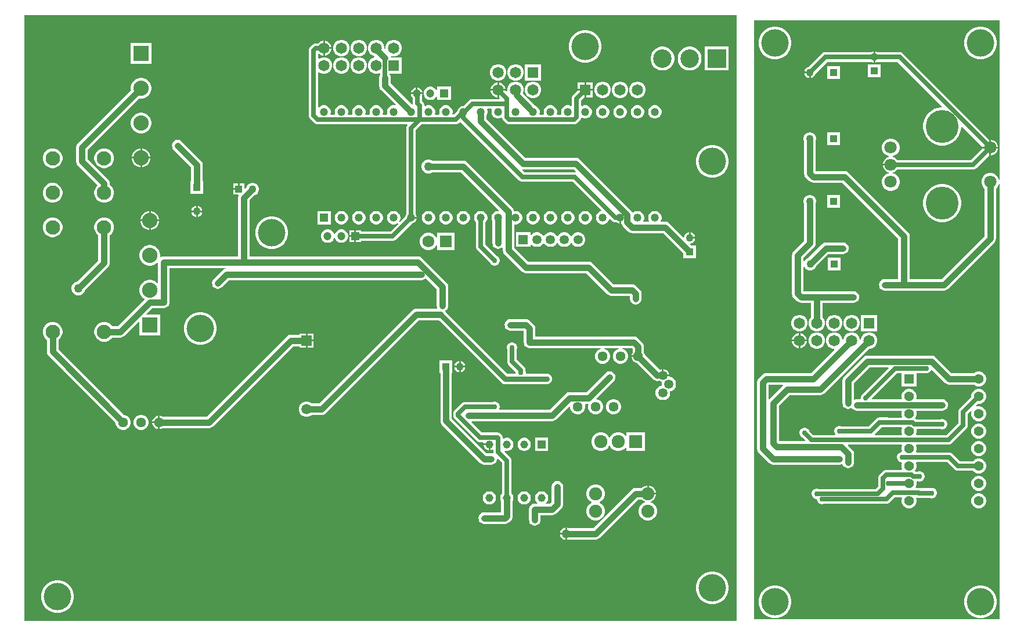
<source format=gbr>
G04*
G04 #@! TF.GenerationSoftware,Altium Limited,Altium Designer,22.4.2 (48)*
G04*
G04 Layer_Physical_Order=2*
G04 Layer_Color=16711680*
%FSLAX25Y25*%
%MOIN*%
G70*
G04*
G04 #@! TF.SameCoordinates,783B880F-F190-4A79-90E1-06678E82802B*
G04*
G04*
G04 #@! TF.FilePolarity,Positive*
G04*
G01*
G75*
%ADD80C,0.02500*%
%ADD81C,0.03500*%
%ADD83C,0.18898*%
%ADD84C,0.07087*%
%ADD85C,0.04331*%
%ADD86R,0.04331X0.04331*%
%ADD87R,0.05610X0.05610*%
%ADD88C,0.05610*%
%ADD89C,0.06496*%
%ADD90R,0.06496X0.06496*%
%ADD91R,0.04331X0.04331*%
%ADD92C,0.04661*%
%ADD93C,0.05669*%
%ADD94C,0.04559*%
%ADD95R,0.04559X0.04559*%
%ADD96C,0.05315*%
%ADD97C,0.07559*%
%ADD98R,0.07559X0.07559*%
%ADD99C,0.10630*%
%ADD100R,0.10630X0.10630*%
%ADD101C,0.07500*%
%ADD102C,0.05906*%
%ADD103R,0.05906X0.05906*%
%ADD104C,0.08268*%
%ADD105C,0.08799*%
%ADD106R,0.08799X0.08799*%
%ADD107R,0.04661X0.04661*%
%ADD108R,0.04724X0.04724*%
%ADD109C,0.04724*%
%ADD110R,0.05315X0.05315*%
%ADD111C,0.06791*%
%ADD112R,0.06791X0.06791*%
%ADD113C,0.15748*%
%ADD114C,0.03000*%
%ADD115C,0.03500*%
%ADD116C,0.05000*%
%ADD117C,0.03000*%
G36*
X562000Y256269D02*
X561500Y256203D01*
X561259Y257104D01*
X560595Y258254D01*
X559656Y259193D01*
X558506Y259857D01*
X557223Y260201D01*
X555895D01*
X554612Y259857D01*
X553462Y259193D01*
X552523Y258254D01*
X551859Y257104D01*
X551516Y255821D01*
Y254493D01*
X551859Y253211D01*
X552523Y252061D01*
X553281Y251303D01*
Y223917D01*
X528642Y199278D01*
X510278D01*
Y224000D01*
X510222Y224424D01*
X510166Y224848D01*
X509839Y225639D01*
X509318Y226318D01*
X475318Y260318D01*
X474639Y260839D01*
X473848Y261166D01*
X473424Y261222D01*
X473000Y261278D01*
X456408D01*
X456278Y261408D01*
Y278347D01*
X456416Y278585D01*
X456665Y279518D01*
Y280483D01*
X456416Y281415D01*
X455933Y282251D01*
X455251Y282933D01*
X454415Y283416D01*
X453482Y283665D01*
X452518D01*
X451585Y283416D01*
X450749Y282933D01*
X450067Y282251D01*
X449584Y281415D01*
X449335Y280483D01*
Y279518D01*
X449584Y278585D01*
X449722Y278347D01*
Y260050D01*
X449778Y259626D01*
X449834Y259202D01*
X450161Y258411D01*
X450682Y257732D01*
X452732Y255682D01*
X453411Y255161D01*
X454202Y254834D01*
X455050Y254722D01*
X471642D01*
X503722Y222642D01*
Y199278D01*
X496000D01*
X495152Y199166D01*
X494361Y198839D01*
X493682Y198318D01*
X493161Y197639D01*
X492834Y196848D01*
X492722Y196000D01*
X492834Y195152D01*
X493161Y194361D01*
X493682Y193682D01*
X494361Y193161D01*
X495152Y192834D01*
X496000Y192722D01*
X530000D01*
X530424Y192778D01*
X530848Y192834D01*
X531639Y193161D01*
X532318Y193682D01*
X558877Y220241D01*
X559398Y220920D01*
X559725Y221711D01*
X559837Y222559D01*
Y251303D01*
X560595Y252061D01*
X561259Y253211D01*
X561500Y254112D01*
X562000Y254046D01*
Y4000D01*
X421000D01*
Y348000D01*
X562000D01*
Y256269D01*
D02*
G37*
G36*
X411000Y3000D02*
X2000D01*
Y351000D01*
X411000D01*
Y3000D01*
D02*
G37*
%LPC*%
G36*
X551923Y344374D02*
X550077D01*
X548266Y344014D01*
X546560Y343307D01*
X545024Y342281D01*
X543719Y340976D01*
X542693Y339440D01*
X541986Y337734D01*
X541626Y335923D01*
Y334077D01*
X541986Y332266D01*
X542693Y330560D01*
X543719Y329024D01*
X545024Y327719D01*
X546560Y326693D01*
X548266Y325986D01*
X550077Y325626D01*
X551923D01*
X553734Y325986D01*
X555440Y326693D01*
X556976Y327719D01*
X558281Y329024D01*
X559307Y330560D01*
X560014Y332266D01*
X560374Y334077D01*
Y335923D01*
X560014Y337734D01*
X559307Y339440D01*
X558281Y340976D01*
X556976Y342281D01*
X555440Y343307D01*
X553734Y344014D01*
X551923Y344374D01*
D02*
G37*
G36*
X433923D02*
X432077D01*
X430266Y344014D01*
X428560Y343307D01*
X427024Y342281D01*
X425719Y340976D01*
X424693Y339440D01*
X423986Y337734D01*
X423626Y335923D01*
Y334077D01*
X423986Y332266D01*
X424693Y330560D01*
X425719Y329024D01*
X427024Y327719D01*
X428560Y326693D01*
X430266Y325986D01*
X432077Y325626D01*
X433923D01*
X435734Y325986D01*
X437440Y326693D01*
X438976Y327719D01*
X440281Y329024D01*
X441307Y330560D01*
X442014Y332266D01*
X442374Y334077D01*
Y335923D01*
X442014Y337734D01*
X441307Y339440D01*
X440281Y340976D01*
X438976Y342281D01*
X437440Y343307D01*
X435734Y344014D01*
X433923Y344374D01*
D02*
G37*
G36*
X489500Y330017D02*
X488778Y329824D01*
X488474Y329648D01*
X461874D01*
X461156Y329553D01*
X460487Y329276D01*
X459913Y328835D01*
X452118Y321041D01*
X451778Y320950D01*
X451056Y320533D01*
X450467Y319944D01*
X450050Y319222D01*
X449857Y318500D01*
X453000D01*
Y318000D01*
X453500D01*
Y314857D01*
X454222Y315050D01*
X454944Y315467D01*
X455533Y316056D01*
X455950Y316778D01*
X456041Y317118D01*
X463023Y324100D01*
X488474D01*
X488778Y323924D01*
X489500Y323731D01*
Y326874D01*
Y330017D01*
D02*
G37*
G36*
X493665Y322665D02*
X486335D01*
Y315335D01*
X493665D01*
Y322665D01*
D02*
G37*
G36*
X452500Y317500D02*
X449857D01*
X450050Y316778D01*
X450467Y316056D01*
X451056Y315467D01*
X451778Y315050D01*
X452500Y314857D01*
Y317500D01*
D02*
G37*
G36*
X470445Y321665D02*
X463114D01*
Y314335D01*
X470445D01*
Y321665D01*
D02*
G37*
G36*
Y283665D02*
X463114D01*
Y276335D01*
X470445D01*
Y283665D01*
D02*
G37*
G36*
X557157Y279386D02*
X557059D01*
Y275343D01*
X561102D01*
Y275441D01*
X560793Y276596D01*
X560194Y277632D01*
X559349Y278478D01*
X558313Y279076D01*
X557157Y279386D01*
D02*
G37*
G36*
X490500Y330017D02*
Y326874D01*
Y323731D01*
X491222Y323924D01*
X491527Y324100D01*
X503379D01*
X529021Y298458D01*
X528830Y297996D01*
X528138D01*
X526436Y297726D01*
X524797Y297194D01*
X523262Y296411D01*
X521867Y295398D01*
X520649Y294180D01*
X519636Y292786D01*
X518853Y291250D01*
X518321Y289611D01*
X518051Y287909D01*
Y286186D01*
X518321Y284483D01*
X518853Y282844D01*
X519636Y281309D01*
X520649Y279914D01*
X521867Y278696D01*
X523262Y277683D01*
X524797Y276901D01*
X526436Y276368D01*
X528138Y276098D01*
X529862D01*
X531564Y276368D01*
X533203Y276901D01*
X534738Y277683D01*
X536133Y278696D01*
X537351Y279914D01*
X538364Y281309D01*
X539147Y282844D01*
X539679Y284483D01*
X539949Y286186D01*
Y286877D01*
X540411Y287068D01*
X552021Y275459D01*
X552016Y275441D01*
Y275343D01*
X556059D01*
Y279386D01*
X555961D01*
X555943Y279381D01*
X506489Y328835D01*
X505914Y329276D01*
X505245Y329553D01*
X504528Y329648D01*
X491527D01*
X491222Y329824D01*
X490500Y330017D01*
D02*
G37*
G36*
X561102Y274343D02*
X557059D01*
Y270299D01*
X557157D01*
X558313Y270609D01*
X559349Y271207D01*
X560194Y272053D01*
X560793Y273089D01*
X561102Y274244D01*
Y274343D01*
D02*
G37*
G36*
X500136Y279886D02*
X498808D01*
X497526Y279542D01*
X496376Y278878D01*
X495437Y277939D01*
X494773Y276789D01*
X494429Y275507D01*
Y274179D01*
X494773Y272896D01*
X495437Y271746D01*
X496376Y270807D01*
X497526Y270143D01*
X498353Y269921D01*
Y269404D01*
X497719Y269234D01*
X496683Y268636D01*
X495837Y267790D01*
X495239Y266754D01*
X494929Y265598D01*
Y265500D01*
X499472D01*
Y264500D01*
X494929D01*
Y264402D01*
X495239Y263246D01*
X495837Y262210D01*
X496683Y261365D01*
X497719Y260766D01*
X498353Y260596D01*
Y260079D01*
X497526Y259857D01*
X496376Y259193D01*
X495437Y258254D01*
X494773Y257104D01*
X494429Y255821D01*
Y254493D01*
X494773Y253211D01*
X495437Y252061D01*
X496376Y251122D01*
X497526Y250458D01*
X498808Y250114D01*
X500136D01*
X501419Y250458D01*
X502569Y251122D01*
X503508Y252061D01*
X504172Y253211D01*
X504516Y254493D01*
Y255821D01*
X504172Y257104D01*
X503508Y258254D01*
X502569Y259193D01*
X501419Y259857D01*
X500592Y260079D01*
Y260596D01*
X501226Y260766D01*
X502262Y261365D01*
X503108Y262210D01*
X503117Y262226D01*
X546716D01*
X547434Y262321D01*
X548103Y262598D01*
X548678Y263039D01*
X555943Y270304D01*
X555961Y270299D01*
X556059D01*
Y274343D01*
X552016D01*
Y274244D01*
X552021Y274227D01*
X545568Y267774D01*
X503117D01*
X503108Y267790D01*
X502262Y268636D01*
X501226Y269234D01*
X500592Y269404D01*
Y269921D01*
X501419Y270143D01*
X502569Y270807D01*
X503508Y271746D01*
X504172Y272896D01*
X504516Y274179D01*
Y275507D01*
X504172Y276789D01*
X503508Y277939D01*
X502569Y278878D01*
X501419Y279542D01*
X500136Y279886D01*
D02*
G37*
G36*
X470445Y247665D02*
X463114D01*
Y240335D01*
X470445D01*
Y247665D01*
D02*
G37*
G36*
X529862Y253902D02*
X528138D01*
X526436Y253632D01*
X524797Y253099D01*
X523262Y252317D01*
X521867Y251304D01*
X520649Y250085D01*
X519636Y248691D01*
X518853Y247156D01*
X518321Y245517D01*
X518051Y243814D01*
Y242091D01*
X518321Y240389D01*
X518853Y238750D01*
X519636Y237214D01*
X520649Y235820D01*
X521867Y234601D01*
X523262Y233589D01*
X524797Y232806D01*
X526436Y232274D01*
X528138Y232004D01*
X529862D01*
X531564Y232274D01*
X533203Y232806D01*
X534738Y233589D01*
X536133Y234601D01*
X537351Y235820D01*
X538364Y237214D01*
X539147Y238750D01*
X539679Y240389D01*
X539949Y242091D01*
Y243814D01*
X539679Y245517D01*
X539147Y247156D01*
X538364Y248691D01*
X537351Y250085D01*
X536133Y251304D01*
X534738Y252317D01*
X533203Y253099D01*
X531564Y253632D01*
X529862Y253902D01*
D02*
G37*
G36*
X470665Y211665D02*
X463335D01*
Y204335D01*
X470665D01*
Y211665D01*
D02*
G37*
G36*
X453482Y247665D02*
X452518D01*
X451585Y247416D01*
X450749Y246933D01*
X450067Y246251D01*
X449584Y245415D01*
X449335Y244482D01*
Y243517D01*
X449584Y242585D01*
X449722Y242347D01*
Y221245D01*
X443682Y215206D01*
X443161Y214527D01*
X442834Y213736D01*
X442778Y213312D01*
X442722Y212888D01*
Y191050D01*
X442778Y190626D01*
X442834Y190202D01*
X443161Y189411D01*
X443682Y188732D01*
X445732Y186682D01*
X446411Y186161D01*
X447202Y185834D01*
X448050Y185722D01*
X453722D01*
Y177437D01*
X453201Y176915D01*
X452575Y175833D01*
X452252Y174625D01*
Y173375D01*
X452575Y172167D01*
X453201Y171085D01*
X454085Y170201D01*
X455167Y169576D01*
X456375Y169252D01*
X457625D01*
X458833Y169576D01*
X459915Y170201D01*
X460799Y171085D01*
X461424Y172167D01*
X461748Y173375D01*
Y174625D01*
X461424Y175833D01*
X460799Y176915D01*
X460278Y177437D01*
Y185722D01*
X478000D01*
X478848Y185834D01*
X479639Y186161D01*
X480318Y186682D01*
X480839Y187361D01*
X481166Y188152D01*
X481278Y189000D01*
X481166Y189848D01*
X480839Y190639D01*
X480318Y191318D01*
X479639Y191839D01*
X478848Y192166D01*
X478000Y192278D01*
X449408D01*
X449278Y192408D01*
Y206619D01*
X449778Y206685D01*
X449805Y206585D01*
X450287Y205749D01*
X450970Y205067D01*
X451806Y204584D01*
X452738Y204335D01*
X453703D01*
X454635Y204584D01*
X455471Y205067D01*
X456153Y205749D01*
X456636Y206585D01*
X456707Y206851D01*
X463578Y213722D01*
X472000D01*
X472848Y213834D01*
X473639Y214161D01*
X474318Y214682D01*
X474839Y215361D01*
X475166Y216152D01*
X475278Y217000D01*
X475166Y217848D01*
X474839Y218639D01*
X474318Y219318D01*
X473639Y219839D01*
X472848Y220166D01*
X472000Y220278D01*
X462220D01*
X461372Y220166D01*
X460581Y219839D01*
X459902Y219318D01*
X452071Y211487D01*
X451806Y211416D01*
X450970Y210933D01*
X450287Y210251D01*
X449805Y209415D01*
X449778Y209315D01*
X449278Y209381D01*
Y211530D01*
X455318Y217570D01*
X455839Y218249D01*
X456166Y219039D01*
X456278Y219888D01*
Y242347D01*
X456416Y242585D01*
X456665Y243517D01*
Y244482D01*
X456416Y245415D01*
X455933Y246251D01*
X455251Y246933D01*
X454415Y247416D01*
X453482Y247665D01*
D02*
G37*
G36*
X491748Y178748D02*
X482252D01*
Y169252D01*
X491748D01*
Y178748D01*
D02*
G37*
G36*
X477625D02*
X476375D01*
X475167Y178425D01*
X474085Y177799D01*
X473201Y176915D01*
X472576Y175833D01*
X472252Y174625D01*
Y173375D01*
X472576Y172167D01*
X473201Y171085D01*
X474085Y170201D01*
X475167Y169576D01*
X476375Y169252D01*
X477625D01*
X478833Y169576D01*
X479915Y170201D01*
X480799Y171085D01*
X481425Y172167D01*
X481748Y173375D01*
Y174625D01*
X481425Y175833D01*
X480799Y176915D01*
X479915Y177799D01*
X478833Y178425D01*
X477625Y178748D01*
D02*
G37*
G36*
X467625D02*
X466375D01*
X465167Y178425D01*
X464085Y177799D01*
X463201Y176915D01*
X462575Y175833D01*
X462252Y174625D01*
Y173375D01*
X462575Y172167D01*
X463201Y171085D01*
X464085Y170201D01*
X465167Y169576D01*
X466375Y169252D01*
X467625D01*
X468833Y169576D01*
X469915Y170201D01*
X470799Y171085D01*
X471424Y172167D01*
X471748Y173375D01*
Y174625D01*
X471424Y175833D01*
X470799Y176915D01*
X469915Y177799D01*
X468833Y178425D01*
X467625Y178748D01*
D02*
G37*
G36*
X447625D02*
X446375D01*
X445167Y178425D01*
X444085Y177799D01*
X443201Y176915D01*
X442576Y175833D01*
X442252Y174625D01*
Y173375D01*
X442576Y172167D01*
X443201Y171085D01*
X444085Y170201D01*
X445167Y169576D01*
X446375Y169252D01*
X447625D01*
X448833Y169576D01*
X449915Y170201D01*
X450799Y171085D01*
X451425Y172167D01*
X451748Y173375D01*
Y174625D01*
X451425Y175833D01*
X450799Y176915D01*
X449915Y177799D01*
X448833Y178425D01*
X447625Y178748D01*
D02*
G37*
G36*
X447559Y168248D02*
X447500D01*
Y164500D01*
X451248D01*
Y164559D01*
X450958Y165640D01*
X450399Y166608D01*
X449608Y167399D01*
X448640Y167958D01*
X447559Y168248D01*
D02*
G37*
G36*
X446500D02*
X446441D01*
X445360Y167958D01*
X444392Y167399D01*
X443601Y166608D01*
X443042Y165640D01*
X442752Y164559D01*
Y164500D01*
X446500D01*
Y168248D01*
D02*
G37*
G36*
X487625Y168748D02*
X486375D01*
X485167Y168424D01*
X484085Y167799D01*
X483201Y166915D01*
X482576Y165833D01*
X482252Y164625D01*
Y164370D01*
X482248Y164367D01*
X481748Y164625D01*
X481425Y165833D01*
X480799Y166915D01*
X479915Y167799D01*
X478833Y168424D01*
X477625Y168748D01*
X476375D01*
X475167Y168424D01*
X474085Y167799D01*
X473201Y166915D01*
X472576Y165833D01*
X472252Y164625D01*
Y164370D01*
X472248Y164367D01*
X471748Y164625D01*
X471424Y165833D01*
X470799Y166915D01*
X469915Y167799D01*
X468833Y168424D01*
X467625Y168748D01*
X466375D01*
X465167Y168424D01*
X464085Y167799D01*
X463201Y166915D01*
X462575Y165833D01*
X462252Y164625D01*
Y163375D01*
X462575Y162167D01*
X463201Y161085D01*
X464085Y160201D01*
X465167Y159575D01*
X466375Y159252D01*
X466963D01*
X467154Y158790D01*
X453642Y145278D01*
X428050D01*
X427202Y145166D01*
X426411Y144839D01*
X425732Y144318D01*
X423682Y142268D01*
X423161Y141589D01*
X422834Y140798D01*
X422778Y140374D01*
X422722Y139950D01*
Y101902D01*
X422778Y101478D01*
X422834Y101054D01*
X423161Y100263D01*
X423682Y99584D01*
X429584Y93682D01*
X430263Y93161D01*
X431054Y92834D01*
X431902Y92722D01*
X470000D01*
X470848Y92834D01*
X471361Y93046D01*
X471680Y93117D01*
X471982Y92794D01*
X472161Y92361D01*
X472682Y91682D01*
X473361Y91161D01*
X474152Y90834D01*
X475000Y90722D01*
X475848Y90834D01*
X476639Y91161D01*
X477318Y91682D01*
X477839Y92361D01*
X478166Y93152D01*
X478278Y94000D01*
Y99000D01*
X478166Y99848D01*
X477839Y100639D01*
X477318Y101318D01*
X474871Y103764D01*
X475063Y104226D01*
X505814D01*
X506064Y103793D01*
X505988Y103662D01*
X505695Y102567D01*
Y101433D01*
X505945Y100500D01*
X505666Y100000D01*
X505605D01*
X504842Y99796D01*
X504158Y99401D01*
X503599Y98842D01*
X503204Y98158D01*
X503000Y97395D01*
Y96605D01*
X503204Y95842D01*
X503599Y95158D01*
X504158Y94599D01*
X504842Y94204D01*
X505605Y94000D01*
X505666D01*
X505945Y93500D01*
X505695Y92567D01*
Y91433D01*
X505988Y90338D01*
X506064Y90207D01*
X505814Y89774D01*
X497050D01*
X496332Y89679D01*
X495663Y89402D01*
X495089Y88961D01*
X493039Y86911D01*
X492598Y86337D01*
X492321Y85668D01*
X492226Y84950D01*
Y80199D01*
X490801Y78774D01*
X458180D01*
X458142Y78796D01*
X457379Y79000D01*
X456589D01*
X455826Y78796D01*
X455142Y78401D01*
X454584Y77842D01*
X454189Y77158D01*
X453984Y76395D01*
Y75605D01*
X454189Y74842D01*
X454584Y74158D01*
X455142Y73599D01*
X455826Y73204D01*
X456589Y73000D01*
X457000D01*
Y72605D01*
X457204Y71842D01*
X457599Y71158D01*
X458158Y70599D01*
X458842Y70204D01*
X459605Y70000D01*
X460395D01*
X461158Y70204D01*
X461196Y70226D01*
X497000D01*
X497718Y70321D01*
X498387Y70598D01*
X498961Y71039D01*
X501729Y73807D01*
X505517D01*
X505893Y73307D01*
X505695Y72567D01*
Y71433D01*
X505988Y70338D01*
X506555Y69357D01*
X507357Y68555D01*
X508338Y67988D01*
X509433Y67695D01*
X510567D01*
X511662Y67988D01*
X512643Y68555D01*
X513445Y69357D01*
X514012Y70338D01*
X514305Y71433D01*
Y72567D01*
X514107Y73307D01*
X514483Y73807D01*
X514730D01*
X514920Y73728D01*
X515638Y73634D01*
X521804D01*
X521842Y73612D01*
X522605Y73407D01*
X523395D01*
X524158Y73612D01*
X524842Y74007D01*
X525401Y74565D01*
X525796Y75249D01*
X526000Y76012D01*
Y76802D01*
X525796Y77565D01*
X525401Y78249D01*
X524842Y78808D01*
X524158Y79203D01*
X523395Y79407D01*
X522605D01*
X521842Y79203D01*
X521804Y79181D01*
X516373D01*
X516183Y79260D01*
X515465Y79354D01*
X514021D01*
X513732Y79854D01*
X514012Y80338D01*
X514305Y81433D01*
Y82567D01*
X514235Y82830D01*
X514539Y83226D01*
X514804D01*
X514842Y83204D01*
X515605Y83000D01*
X516395D01*
X517158Y83204D01*
X517842Y83599D01*
X518401Y84158D01*
X518796Y84842D01*
X519000Y85605D01*
Y86395D01*
X518796Y87158D01*
X518401Y87842D01*
X517842Y88401D01*
X517158Y88796D01*
X516395Y89000D01*
X515605D01*
X514842Y88796D01*
X514804Y88774D01*
X513627D01*
X513598Y88802D01*
X513445Y89357D01*
X514012Y90338D01*
X514305Y91433D01*
Y92567D01*
X514012Y93662D01*
X513936Y93793D01*
X514186Y94226D01*
X531851D01*
X536039Y90039D01*
X536613Y89598D01*
X537282Y89321D01*
X538000Y89226D01*
X546685D01*
X547357Y88555D01*
X548338Y87988D01*
X549433Y87695D01*
X550567D01*
X551662Y87988D01*
X552643Y88555D01*
X553445Y89357D01*
X554012Y90338D01*
X554305Y91433D01*
Y92567D01*
X554012Y93662D01*
X553445Y94643D01*
X552643Y95445D01*
X551662Y96012D01*
X550567Y96305D01*
X549433D01*
X548338Y96012D01*
X547357Y95445D01*
X546685Y94774D01*
X539149D01*
X534961Y98961D01*
X534387Y99402D01*
X533718Y99679D01*
X533000Y99774D01*
X514186D01*
X513936Y100207D01*
X514012Y100338D01*
X514305Y101433D01*
Y102567D01*
X514012Y103662D01*
X513936Y103793D01*
X514186Y104226D01*
X532536D01*
X533253Y104321D01*
X533922Y104598D01*
X534497Y105039D01*
X542932Y113473D01*
X543372Y114048D01*
X543649Y114717D01*
X543744Y115435D01*
Y121821D01*
X545429Y123506D01*
X545877Y123248D01*
X545695Y122567D01*
Y121433D01*
X545988Y120338D01*
X546555Y119357D01*
X547357Y118555D01*
X548338Y117988D01*
X549433Y117695D01*
X550567D01*
X551662Y117988D01*
X552643Y118555D01*
X553445Y119357D01*
X554012Y120338D01*
X554305Y121433D01*
Y122567D01*
X554012Y123662D01*
X553445Y124643D01*
X552643Y125445D01*
X551662Y126012D01*
X550567Y126305D01*
X549433D01*
X548752Y126123D01*
X548494Y126571D01*
X549617Y127695D01*
X550567D01*
X551662Y127988D01*
X552643Y128555D01*
X553445Y129357D01*
X554012Y130338D01*
X554305Y131433D01*
Y132567D01*
X554012Y133662D01*
X553445Y134643D01*
X552643Y135445D01*
X551662Y136012D01*
X550567Y136305D01*
X549433D01*
X548338Y136012D01*
X547357Y135445D01*
X546555Y134643D01*
X545988Y133662D01*
X545695Y132567D01*
Y131617D01*
X539009Y124932D01*
X538568Y124357D01*
X538291Y123688D01*
X538197Y122970D01*
Y116584D01*
X531387Y109774D01*
X514186D01*
X513936Y110207D01*
X514012Y110338D01*
X514305Y111433D01*
Y112567D01*
X514235Y112830D01*
X514539Y113226D01*
X527804D01*
X527842Y113204D01*
X528605Y113000D01*
X529395D01*
X530158Y113204D01*
X530842Y113599D01*
X531401Y114158D01*
X531796Y114842D01*
X532000Y115605D01*
Y116395D01*
X531796Y117158D01*
X531401Y117842D01*
X530842Y118401D01*
X530158Y118796D01*
X529395Y119000D01*
X528605D01*
X527842Y118796D01*
X527804Y118774D01*
X514149D01*
X513961Y118961D01*
X513445Y119357D01*
X514012Y120338D01*
X514305Y121433D01*
Y122567D01*
X514130Y123222D01*
X514513Y123722D01*
X529000D01*
X529848Y123834D01*
X530639Y124161D01*
X531318Y124682D01*
X531839Y125361D01*
X532166Y126152D01*
X532278Y127000D01*
X532166Y127848D01*
X531839Y128639D01*
X531318Y129318D01*
X530639Y129839D01*
X529848Y130166D01*
X529000Y130278D01*
X514513D01*
X514130Y130778D01*
X514305Y131433D01*
Y132567D01*
X514012Y133662D01*
X513445Y134643D01*
X512643Y135445D01*
X511662Y136012D01*
X510567Y136305D01*
X509433D01*
X508338Y136012D01*
X507357Y135445D01*
X506555Y134643D01*
X505988Y133662D01*
X505695Y132567D01*
Y131433D01*
X505870Y130778D01*
X505487Y130278D01*
X488854D01*
X488663Y130740D01*
X503149Y145226D01*
X505695D01*
Y137695D01*
X514305D01*
Y145226D01*
X520000D01*
X520718Y145321D01*
X521387Y145598D01*
X521961Y146039D01*
X522402Y146613D01*
X522590Y147067D01*
X523141Y147223D01*
X530682Y139682D01*
X531361Y139161D01*
X532152Y138834D01*
X533000Y138722D01*
X547190D01*
X547357Y138555D01*
X548338Y137988D01*
X549433Y137695D01*
X550567D01*
X551662Y137988D01*
X552643Y138555D01*
X553445Y139357D01*
X554012Y140338D01*
X554305Y141433D01*
Y142567D01*
X554012Y143662D01*
X553445Y144643D01*
X552643Y145445D01*
X551662Y146012D01*
X550567Y146305D01*
X549433D01*
X548338Y146012D01*
X547357Y145445D01*
X547190Y145278D01*
X534358D01*
X525318Y154318D01*
X524639Y154839D01*
X523848Y155166D01*
X523424Y155222D01*
X523000Y155278D01*
X486000D01*
X485576Y155222D01*
X485152Y155166D01*
X484361Y154839D01*
X483682Y154318D01*
X472682Y143318D01*
X472161Y142639D01*
X471834Y141848D01*
X471778Y141424D01*
X471722Y141000D01*
Y128000D01*
X471834Y127152D01*
X472161Y126361D01*
X472682Y125682D01*
X473361Y125161D01*
X474152Y124834D01*
X475000Y124722D01*
X475848Y124834D01*
X476639Y125161D01*
X476720Y125223D01*
X477368Y125091D01*
X477682Y124682D01*
X478361Y124161D01*
X479152Y123834D01*
X480000Y123722D01*
X505487D01*
X505870Y123222D01*
X505695Y122567D01*
Y121433D01*
X505988Y120338D01*
X506064Y120207D01*
X505814Y119774D01*
X498490D01*
X497926Y119848D01*
X493074D01*
X492356Y119754D01*
X491687Y119476D01*
X491113Y119036D01*
X486851Y114774D01*
X471196D01*
X471158Y114796D01*
X470395Y115000D01*
X469605D01*
X468842Y114796D01*
X468158Y114401D01*
X467599Y113842D01*
X467204Y113158D01*
X467000Y112395D01*
Y111605D01*
X467204Y110842D01*
X467532Y110274D01*
X467341Y109774D01*
X455149D01*
X452807Y112116D01*
X452796Y112158D01*
X452401Y112842D01*
X451842Y113401D01*
X451158Y113796D01*
X450395Y114000D01*
X449605D01*
X448842Y113796D01*
X448158Y113401D01*
X447599Y112842D01*
X447204Y112158D01*
X447000Y111395D01*
Y110605D01*
X447204Y109842D01*
X447599Y109158D01*
X448158Y108599D01*
X448842Y108204D01*
X448884Y108193D01*
X450337Y106740D01*
X450146Y106278D01*
X435408D01*
X435278Y106408D01*
Y126642D01*
X441358Y132722D01*
X459000D01*
X459424Y132778D01*
X459848Y132834D01*
X460639Y133161D01*
X461318Y133682D01*
X486888Y159252D01*
X487625D01*
X488833Y159575D01*
X489915Y160201D01*
X490799Y161085D01*
X491425Y162167D01*
X491748Y163375D01*
Y164625D01*
X491425Y165833D01*
X490799Y166915D01*
X489915Y167799D01*
X488833Y168424D01*
X487625Y168748D01*
D02*
G37*
G36*
X451248Y163500D02*
X447500D01*
Y159752D01*
X447559D01*
X448640Y160041D01*
X449608Y160601D01*
X450399Y161392D01*
X450958Y162360D01*
X451248Y163441D01*
Y163500D01*
D02*
G37*
G36*
X446500D02*
X442752D01*
Y163441D01*
X443042Y162360D01*
X443601Y161392D01*
X444392Y160601D01*
X445360Y160041D01*
X446441Y159752D01*
X446500D01*
Y163500D01*
D02*
G37*
G36*
X457625Y168748D02*
X456375D01*
X455167Y168424D01*
X454085Y167799D01*
X453201Y166915D01*
X452575Y165833D01*
X452252Y164625D01*
Y163375D01*
X452575Y162167D01*
X453201Y161085D01*
X454085Y160201D01*
X455167Y159575D01*
X456375Y159252D01*
X457625D01*
X458833Y159575D01*
X459915Y160201D01*
X460799Y161085D01*
X461424Y162167D01*
X461748Y163375D01*
Y164625D01*
X461424Y165833D01*
X460799Y166915D01*
X459915Y167799D01*
X458833Y168424D01*
X457625Y168748D01*
D02*
G37*
G36*
X550567Y116305D02*
X549433D01*
X548338Y116012D01*
X547357Y115445D01*
X546555Y114643D01*
X545988Y113662D01*
X545695Y112567D01*
Y111433D01*
X545988Y110338D01*
X546555Y109357D01*
X547357Y108555D01*
X548338Y107988D01*
X549433Y107695D01*
X550567D01*
X551662Y107988D01*
X552643Y108555D01*
X553445Y109357D01*
X554012Y110338D01*
X554305Y111433D01*
Y112567D01*
X554012Y113662D01*
X553445Y114643D01*
X552643Y115445D01*
X551662Y116012D01*
X550567Y116305D01*
D02*
G37*
G36*
Y106305D02*
X549433D01*
X548338Y106012D01*
X547357Y105445D01*
X546555Y104643D01*
X545988Y103662D01*
X545695Y102567D01*
Y101433D01*
X545988Y100338D01*
X546555Y99357D01*
X547357Y98555D01*
X548338Y97988D01*
X549433Y97695D01*
X550567D01*
X551662Y97988D01*
X552643Y98555D01*
X553445Y99357D01*
X554012Y100338D01*
X554305Y101433D01*
Y102567D01*
X554012Y103662D01*
X553445Y104643D01*
X552643Y105445D01*
X551662Y106012D01*
X550567Y106305D01*
D02*
G37*
G36*
Y86305D02*
X549433D01*
X548338Y86012D01*
X547357Y85445D01*
X546555Y84643D01*
X545988Y83662D01*
X545695Y82567D01*
Y81433D01*
X545988Y80338D01*
X546555Y79357D01*
X547357Y78555D01*
X548338Y77988D01*
X549433Y77695D01*
X550567D01*
X551662Y77988D01*
X552643Y78555D01*
X553445Y79357D01*
X554012Y80338D01*
X554305Y81433D01*
Y82567D01*
X554012Y83662D01*
X553445Y84643D01*
X552643Y85445D01*
X551662Y86012D01*
X550567Y86305D01*
D02*
G37*
G36*
Y76305D02*
X549433D01*
X548338Y76012D01*
X547357Y75445D01*
X546555Y74643D01*
X545988Y73662D01*
X545695Y72567D01*
Y71433D01*
X545988Y70338D01*
X546555Y69357D01*
X547357Y68555D01*
X548338Y67988D01*
X549433Y67695D01*
X550567D01*
X551662Y67988D01*
X552643Y68555D01*
X553445Y69357D01*
X554012Y70338D01*
X554305Y71433D01*
Y72567D01*
X554012Y73662D01*
X553445Y74643D01*
X552643Y75445D01*
X551662Y76012D01*
X550567Y76305D01*
D02*
G37*
G36*
X551923Y23374D02*
X550077D01*
X548266Y23014D01*
X546560Y22307D01*
X545024Y21281D01*
X543719Y19976D01*
X542693Y18440D01*
X541986Y16734D01*
X541626Y14923D01*
Y13077D01*
X541986Y11266D01*
X542693Y9560D01*
X543719Y8024D01*
X545024Y6719D01*
X546560Y5693D01*
X548266Y4986D01*
X550077Y4626D01*
X551923D01*
X553734Y4986D01*
X555440Y5693D01*
X556976Y6719D01*
X558281Y8024D01*
X559307Y9560D01*
X560014Y11266D01*
X560374Y13077D01*
Y14923D01*
X560014Y16734D01*
X559307Y18440D01*
X558281Y19976D01*
X556976Y21281D01*
X555440Y22307D01*
X553734Y23014D01*
X551923Y23374D01*
D02*
G37*
G36*
X433923D02*
X432077D01*
X430266Y23014D01*
X428560Y22307D01*
X427024Y21281D01*
X425719Y19976D01*
X424693Y18440D01*
X423986Y16734D01*
X423626Y14923D01*
Y13077D01*
X423986Y11266D01*
X424693Y9560D01*
X425719Y8024D01*
X427024Y6719D01*
X428560Y5693D01*
X430266Y4986D01*
X432077Y4626D01*
X433923D01*
X435734Y4986D01*
X437440Y5693D01*
X438976Y6719D01*
X440281Y8024D01*
X441307Y9560D01*
X442014Y11266D01*
X442374Y13077D01*
Y14923D01*
X442014Y16734D01*
X441307Y18440D01*
X440281Y19976D01*
X438976Y21281D01*
X437440Y22307D01*
X435734Y23014D01*
X433923Y23374D01*
D02*
G37*
%LPD*%
G36*
X437586Y138222D02*
X429778Y130414D01*
X429278Y130550D01*
Y138592D01*
X429408Y138722D01*
X437450D01*
X437586Y138222D01*
D02*
G37*
G36*
X498337Y148260D02*
X483039Y132961D01*
X482598Y132387D01*
X482321Y131718D01*
X482226Y131000D01*
X482256Y130778D01*
X481817Y130278D01*
X480000D01*
X479152Y130166D01*
X478778Y130012D01*
X478278Y130346D01*
Y139642D01*
X487358Y148722D01*
X498146D01*
X498337Y148260D01*
D02*
G37*
G36*
X498000Y114226D02*
X505814D01*
X506064Y113793D01*
X505988Y113662D01*
X505695Y112567D01*
Y111433D01*
X505988Y110338D01*
X506064Y110207D01*
X505814Y109774D01*
X490404D01*
X490196Y110274D01*
X494223Y114301D01*
X497436D01*
X498000Y114226D01*
D02*
G37*
%LPC*%
G36*
X174559Y336248D02*
X174500D01*
Y332500D01*
X178248D01*
Y332559D01*
X177959Y333640D01*
X177399Y334608D01*
X176608Y335399D01*
X175640Y335959D01*
X174559Y336248D01*
D02*
G37*
G36*
X214625Y336748D02*
X213375D01*
X212167Y336424D01*
X211085Y335799D01*
X210201Y334915D01*
X209576Y333833D01*
X209252Y332625D01*
Y331697D01*
X208752Y331471D01*
X208748Y331474D01*
Y332625D01*
X208424Y333833D01*
X207799Y334915D01*
X206915Y335799D01*
X205833Y336424D01*
X204625Y336748D01*
X203375D01*
X202167Y336424D01*
X201085Y335799D01*
X200201Y334915D01*
X199575Y333833D01*
X199252Y332625D01*
Y331375D01*
X199575Y330167D01*
X200201Y329085D01*
X201085Y328201D01*
X202167Y327575D01*
X202868Y327388D01*
X202993Y327163D01*
X202746Y326580D01*
X202167Y326425D01*
X201085Y325799D01*
X200201Y324915D01*
X199575Y323833D01*
X199252Y322625D01*
Y321375D01*
X199575Y320167D01*
X200201Y319085D01*
X201085Y318201D01*
X202167Y317576D01*
X203375Y317252D01*
X204625D01*
X205703Y317541D01*
X206203Y317277D01*
Y316693D01*
X206161Y316639D01*
X205834Y315848D01*
X205722Y315000D01*
Y310374D01*
X205778Y309950D01*
X205834Y309526D01*
X206161Y308735D01*
X206682Y308056D01*
X215203Y299535D01*
X214944Y299087D01*
X214504Y299205D01*
X213496D01*
X212521Y298944D01*
X211648Y298439D01*
X210935Y297726D01*
X210430Y296853D01*
X210169Y295878D01*
Y294870D01*
X210329Y294274D01*
X209945Y293774D01*
X208055D01*
X207671Y294274D01*
X207831Y294870D01*
Y295878D01*
X207570Y296853D01*
X207065Y297726D01*
X206352Y298439D01*
X205479Y298944D01*
X204504Y299205D01*
X203496D01*
X202521Y298944D01*
X201648Y298439D01*
X200935Y297726D01*
X200430Y296853D01*
X200169Y295878D01*
Y294870D01*
X200329Y294274D01*
X199945Y293774D01*
X198055D01*
X197671Y294274D01*
X197831Y294870D01*
Y295878D01*
X197570Y296853D01*
X197065Y297726D01*
X196352Y298439D01*
X195479Y298944D01*
X194504Y299205D01*
X193496D01*
X192521Y298944D01*
X191648Y298439D01*
X190935Y297726D01*
X190430Y296853D01*
X190169Y295878D01*
Y294870D01*
X190329Y294274D01*
X189945Y293774D01*
X188055D01*
X187671Y294274D01*
X187831Y294870D01*
Y295878D01*
X187570Y296853D01*
X187065Y297726D01*
X186352Y298439D01*
X185479Y298944D01*
X184504Y299205D01*
X183496D01*
X182521Y298944D01*
X181648Y298439D01*
X180935Y297726D01*
X180430Y296853D01*
X180169Y295878D01*
Y294870D01*
X180329Y294274D01*
X179945Y293774D01*
X178055D01*
X177671Y294274D01*
X177831Y294870D01*
Y295878D01*
X177570Y296853D01*
X177065Y297726D01*
X176352Y298439D01*
X175479Y298944D01*
X174504Y299205D01*
X173496D01*
X172521Y298944D01*
X171648Y298439D01*
X171274Y298065D01*
X170774Y298272D01*
Y317847D01*
X171274Y318092D01*
X172167Y317576D01*
X173375Y317252D01*
X174625D01*
X175833Y317576D01*
X176915Y318201D01*
X177799Y319085D01*
X178425Y320167D01*
X178748Y321375D01*
Y322625D01*
X178425Y323833D01*
X177799Y324915D01*
X176915Y325799D01*
X175833Y326425D01*
X174625Y326748D01*
X173375D01*
X172167Y326425D01*
X171274Y325908D01*
X170774Y326153D01*
Y328565D01*
X171236Y328757D01*
X171392Y328601D01*
X172360Y328042D01*
X173441Y327752D01*
X173500D01*
Y332000D01*
Y336248D01*
X173441D01*
X172360Y335959D01*
X171392Y335399D01*
X170766Y334774D01*
X169464D01*
X168746Y334679D01*
X168078Y334402D01*
X167503Y333961D01*
X166039Y332497D01*
X165598Y331923D01*
X165321Y331254D01*
X165226Y330536D01*
Y293464D01*
X165321Y292746D01*
X165598Y292077D01*
X166039Y291503D01*
X168503Y289039D01*
X169078Y288598D01*
X169746Y288321D01*
X170464Y288226D01*
X221612D01*
X221858Y287726D01*
X221598Y287387D01*
X221321Y286718D01*
X221226Y286000D01*
Y236483D01*
X220896Y235912D01*
X220725Y235274D01*
X217530Y232079D01*
X217130Y232386D01*
X217570Y233147D01*
X217831Y234122D01*
Y235130D01*
X217570Y236105D01*
X217065Y236978D01*
X216352Y237691D01*
X215479Y238196D01*
X214504Y238457D01*
X213496D01*
X212521Y238196D01*
X211648Y237691D01*
X210935Y236978D01*
X210430Y236105D01*
X210169Y235130D01*
Y234122D01*
X210430Y233147D01*
X210935Y232274D01*
X211648Y231561D01*
X212521Y231056D01*
X213496Y230795D01*
X214504D01*
X215479Y231056D01*
X216240Y231496D01*
X216547Y231096D01*
X212225Y226774D01*
X195236D01*
Y227362D01*
X192374D01*
Y224000D01*
Y220638D01*
X195236D01*
Y221226D01*
X213374D01*
X214092Y221321D01*
X214761Y221598D01*
X215335Y222039D01*
X224648Y231351D01*
X225286Y231522D01*
X226045Y231961D01*
X226665Y232581D01*
X227104Y233340D01*
X227314Y234126D01*
X224000D01*
Y235126D01*
X227314D01*
X227104Y235912D01*
X226774Y236483D01*
Y284851D01*
X230149Y288226D01*
X249626D01*
X250344Y288321D01*
X251013Y288598D01*
X251587Y289039D01*
X252313Y289764D01*
X286039Y256039D01*
X286613Y255598D01*
X287282Y255321D01*
X288000Y255226D01*
X316851D01*
X333186Y238891D01*
X333036Y238334D01*
X332521Y238196D01*
X331648Y237691D01*
X330935Y236978D01*
X330430Y236105D01*
X330169Y235130D01*
Y234122D01*
X330430Y233147D01*
X330935Y232274D01*
X331648Y231561D01*
X332521Y231056D01*
X333496Y230795D01*
X334504D01*
X335479Y231056D01*
X336352Y231561D01*
X337065Y232274D01*
X337570Y233147D01*
X337708Y233663D01*
X338265Y233812D01*
X339413Y232665D01*
X339987Y232224D01*
X340656Y231947D01*
X341374Y231852D01*
X342143D01*
X342714Y231522D01*
X343500Y231312D01*
Y234626D01*
X344500D01*
Y231312D01*
X344521Y231317D01*
X344940Y231096D01*
X345267Y230305D01*
X345267Y230305D01*
X345267Y230305D01*
X345530Y229963D01*
X345788Y229626D01*
X348732Y226682D01*
X348732Y226682D01*
X348732Y226682D01*
X349411Y226161D01*
X349411Y226161D01*
X349411Y226161D01*
X349783Y226007D01*
X350202Y225834D01*
X350202Y225834D01*
X351050Y225722D01*
X351050Y225722D01*
X351050Y225722D01*
X368768D01*
X380335Y214156D01*
Y211461D01*
X387665D01*
Y218791D01*
X384970D01*
X384390Y219372D01*
X384588Y219881D01*
X385222Y220050D01*
X385944Y220467D01*
X386533Y221056D01*
X386950Y221778D01*
X387143Y222500D01*
X384000D01*
Y223000D01*
X383500D01*
Y226143D01*
X382778Y225950D01*
X382056Y225533D01*
X381467Y224944D01*
X381050Y224222D01*
X380881Y223588D01*
X380372Y223390D01*
X372444Y231318D01*
X371765Y231839D01*
X370974Y232166D01*
X370550Y232222D01*
X370126Y232278D01*
X367568D01*
X367318Y232711D01*
X367570Y233147D01*
X367831Y234122D01*
Y235130D01*
X367570Y236105D01*
X367065Y236978D01*
X366352Y237691D01*
X365479Y238196D01*
X364504Y238457D01*
X363496D01*
X362521Y238196D01*
X361648Y237691D01*
X360935Y236978D01*
X360430Y236105D01*
X360169Y235130D01*
Y234122D01*
X360430Y233147D01*
X360682Y232711D01*
X360432Y232278D01*
X357568D01*
X357318Y232711D01*
X357570Y233147D01*
X357831Y234122D01*
Y235130D01*
X357570Y236105D01*
X357065Y236978D01*
X356352Y237691D01*
X355479Y238196D01*
X354504Y238457D01*
X353496D01*
X352521Y238196D01*
X351648Y237691D01*
X351543Y237586D01*
X351024Y237775D01*
X350945Y237966D01*
X350424Y238645D01*
X321011Y268057D01*
X320333Y268578D01*
X319542Y268905D01*
X318694Y269017D01*
X289619D01*
X267278Y291358D01*
Y293390D01*
X267570Y293895D01*
X267831Y294870D01*
Y295878D01*
X267603Y296726D01*
X267865Y297226D01*
X270135D01*
X270396Y296726D01*
X270169Y295878D01*
Y294870D01*
X270430Y293895D01*
X270935Y293022D01*
X271648Y292309D01*
X272521Y291804D01*
X273496Y291543D01*
X274504D01*
X275479Y291804D01*
X275865Y292027D01*
X276260Y291832D01*
X276332Y291720D01*
X276598Y291077D01*
X277039Y290503D01*
X278503Y289039D01*
X279078Y288598D01*
X279747Y288321D01*
X280464Y288226D01*
X317536D01*
X318253Y288321D01*
X318922Y288598D01*
X319497Y289039D01*
X320961Y290503D01*
X321402Y291077D01*
X321668Y291720D01*
X321740Y291832D01*
X322135Y292027D01*
X322521Y291804D01*
X323496Y291543D01*
X324504D01*
X325479Y291804D01*
X326352Y292309D01*
X327065Y293022D01*
X327570Y293895D01*
X327831Y294870D01*
Y295878D01*
X327570Y296853D01*
X327065Y297726D01*
X326352Y298439D01*
X325479Y298944D01*
X324504Y299205D01*
X323496D01*
X322521Y298944D01*
X322207Y298762D01*
X321774Y299012D01*
Y301851D01*
X323500Y303577D01*
Y307500D01*
X319577D01*
X317039Y304961D01*
X316598Y304387D01*
X316321Y303718D01*
X316226Y303000D01*
Y299012D01*
X315793Y298762D01*
X315479Y298944D01*
X314504Y299205D01*
X313496D01*
X312521Y298944D01*
X311648Y298439D01*
X310935Y297726D01*
X310430Y296853D01*
X310169Y295878D01*
Y294870D01*
X310329Y294274D01*
X309945Y293774D01*
X308055D01*
X307671Y294274D01*
X307831Y294870D01*
Y295878D01*
X307570Y296853D01*
X307065Y297726D01*
X306352Y298439D01*
X305479Y298944D01*
X304504Y299205D01*
X303496D01*
X302521Y298944D01*
X301648Y298439D01*
X300935Y297726D01*
X300430Y296853D01*
X300169Y295878D01*
Y294870D01*
X300329Y294274D01*
X299945Y293774D01*
X298055D01*
X297671Y294274D01*
X297831Y294870D01*
Y295878D01*
X297570Y296853D01*
X297065Y297726D01*
X296352Y298439D01*
X295479Y298944D01*
X294915Y299095D01*
X288211Y305798D01*
X288424Y306167D01*
X288748Y307375D01*
Y308625D01*
X288424Y309833D01*
X287799Y310915D01*
X286915Y311799D01*
X285833Y312424D01*
X284625Y312748D01*
X283375D01*
X282167Y312424D01*
X281085Y311799D01*
X280201Y310915D01*
X279575Y309833D01*
X279252Y308625D01*
Y307378D01*
X279164Y307290D01*
X278827Y307096D01*
X278423Y307500D01*
X274500D01*
Y303577D01*
X274842Y303236D01*
X274650Y302774D01*
X259211D01*
X258493Y302679D01*
X257824Y302402D01*
X257249Y301961D01*
X253993Y298705D01*
X253561D01*
X252714Y298478D01*
X251955Y298039D01*
X251335Y297419D01*
X250896Y296660D01*
X250726Y296022D01*
X248521Y293818D01*
X248004Y293839D01*
X247671Y294274D01*
X247831Y294870D01*
Y295878D01*
X247570Y296853D01*
X247065Y297726D01*
X246352Y298439D01*
X245479Y298944D01*
X244504Y299205D01*
X243496D01*
X242521Y298944D01*
X241648Y298439D01*
X240935Y297726D01*
X240430Y296853D01*
X240169Y295878D01*
Y294870D01*
X240329Y294274D01*
X239945Y293774D01*
X238055D01*
X237671Y294274D01*
X237831Y294870D01*
Y295878D01*
X237570Y296853D01*
X237065Y297726D01*
X236352Y298439D01*
X235479Y298944D01*
X234504Y299205D01*
X233496D01*
X232521Y298944D01*
X232196Y298756D01*
X232122Y298799D01*
X231763Y299083D01*
X231679Y299718D01*
X231402Y300387D01*
X230961Y300961D01*
X230451Y301471D01*
Y304949D01*
X230599Y305500D01*
X227252D01*
X223905D01*
X224119Y304702D01*
X224562Y303936D01*
X224904Y303593D01*
Y300322D01*
X224981Y299736D01*
X224584Y299487D01*
X224536Y299473D01*
X212278Y311732D01*
Y315000D01*
X212166Y315848D01*
X211839Y316639D01*
X211750Y316754D01*
Y317252D01*
X218748D01*
Y326748D01*
X212529D01*
X212419Y326991D01*
X212777Y327412D01*
X213375Y327252D01*
X214625D01*
X215833Y327575D01*
X216915Y328201D01*
X217799Y329085D01*
X218425Y330167D01*
X218748Y331375D01*
Y332625D01*
X218425Y333833D01*
X217799Y334915D01*
X216915Y335799D01*
X215833Y336424D01*
X214625Y336748D01*
D02*
G37*
G36*
X178248Y331500D02*
X174500D01*
Y327752D01*
X174559D01*
X175640Y328042D01*
X176608Y328601D01*
X177399Y329392D01*
X177959Y330360D01*
X178248Y331441D01*
Y331500D01*
D02*
G37*
G36*
X194625Y336748D02*
X193375D01*
X192167Y336424D01*
X191085Y335799D01*
X190201Y334915D01*
X189576Y333833D01*
X189252Y332625D01*
Y331375D01*
X189576Y330167D01*
X190201Y329085D01*
X191085Y328201D01*
X192167Y327575D01*
X193375Y327252D01*
X194625D01*
X195833Y327575D01*
X196915Y328201D01*
X197799Y329085D01*
X198424Y330167D01*
X198748Y331375D01*
Y332625D01*
X198424Y333833D01*
X197799Y334915D01*
X196915Y335799D01*
X195833Y336424D01*
X194625Y336748D01*
D02*
G37*
G36*
X184625D02*
X183375D01*
X182167Y336424D01*
X181085Y335799D01*
X180201Y334915D01*
X179576Y333833D01*
X179252Y332625D01*
Y331375D01*
X179576Y330167D01*
X180201Y329085D01*
X181085Y328201D01*
X182167Y327575D01*
X183375Y327252D01*
X184625D01*
X185833Y327575D01*
X186915Y328201D01*
X187799Y329085D01*
X188425Y330167D01*
X188748Y331375D01*
Y332625D01*
X188425Y333833D01*
X187799Y334915D01*
X186915Y335799D01*
X185833Y336424D01*
X184625Y336748D01*
D02*
G37*
G36*
X324923Y342374D02*
X323077D01*
X321266Y342014D01*
X319560Y341307D01*
X318024Y340281D01*
X316719Y338976D01*
X315693Y337440D01*
X314986Y335734D01*
X314626Y333923D01*
Y332077D01*
X314986Y330266D01*
X315693Y328560D01*
X316719Y327024D01*
X318024Y325719D01*
X319560Y324693D01*
X321266Y323986D01*
X323077Y323626D01*
X324923D01*
X326734Y323986D01*
X328440Y324693D01*
X329976Y325719D01*
X331281Y327024D01*
X332307Y328560D01*
X333014Y330266D01*
X333374Y332077D01*
Y333923D01*
X333014Y335734D01*
X332307Y337440D01*
X331281Y338976D01*
X329976Y340281D01*
X328440Y341307D01*
X326734Y342014D01*
X324923Y342374D01*
D02*
G37*
G36*
X74900Y334900D02*
X63100D01*
Y323100D01*
X74900D01*
Y334900D01*
D02*
G37*
G36*
X406406Y332815D02*
X392776D01*
Y319185D01*
X406406D01*
Y332815D01*
D02*
G37*
G36*
X384671D02*
X383329D01*
X382012Y332553D01*
X380772Y332039D01*
X379656Y331294D01*
X378707Y330344D01*
X377961Y329228D01*
X377447Y327988D01*
X377185Y326671D01*
Y325329D01*
X377447Y324012D01*
X377961Y322772D01*
X378707Y321656D01*
X379656Y320707D01*
X380772Y319961D01*
X382012Y319447D01*
X383329Y319185D01*
X384671D01*
X385988Y319447D01*
X387228Y319961D01*
X388344Y320707D01*
X389294Y321656D01*
X390039Y322772D01*
X390553Y324012D01*
X390815Y325329D01*
Y326671D01*
X390553Y327988D01*
X390039Y329228D01*
X389294Y330344D01*
X388344Y331294D01*
X387228Y332039D01*
X385988Y332553D01*
X384671Y332815D01*
D02*
G37*
G36*
X369081D02*
X367738D01*
X366422Y332553D01*
X365181Y332039D01*
X364065Y331294D01*
X363116Y330344D01*
X362370Y329228D01*
X361856Y327988D01*
X361594Y326671D01*
Y325329D01*
X361856Y324012D01*
X362370Y322772D01*
X363116Y321656D01*
X364065Y320707D01*
X365181Y319961D01*
X366422Y319447D01*
X367738Y319185D01*
X369081D01*
X370397Y319447D01*
X371638Y319961D01*
X372754Y320707D01*
X373703Y321656D01*
X374449Y322772D01*
X374962Y324012D01*
X375224Y325329D01*
Y326671D01*
X374962Y327988D01*
X374449Y329228D01*
X373703Y330344D01*
X372754Y331294D01*
X371638Y332039D01*
X370397Y332553D01*
X369081Y332815D01*
D02*
G37*
G36*
X194625Y326748D02*
X193375D01*
X192167Y326425D01*
X191085Y325799D01*
X190201Y324915D01*
X189576Y323833D01*
X189252Y322625D01*
Y321375D01*
X189576Y320167D01*
X190201Y319085D01*
X191085Y318201D01*
X192167Y317576D01*
X193375Y317252D01*
X194625D01*
X195833Y317576D01*
X196915Y318201D01*
X197799Y319085D01*
X198424Y320167D01*
X198748Y321375D01*
Y322625D01*
X198424Y323833D01*
X197799Y324915D01*
X196915Y325799D01*
X195833Y326425D01*
X194625Y326748D01*
D02*
G37*
G36*
X184625D02*
X183375D01*
X182167Y326425D01*
X181085Y325799D01*
X180201Y324915D01*
X179576Y323833D01*
X179252Y322625D01*
Y321375D01*
X179576Y320167D01*
X180201Y319085D01*
X181085Y318201D01*
X182167Y317576D01*
X183375Y317252D01*
X184625D01*
X185833Y317576D01*
X186915Y318201D01*
X187799Y319085D01*
X188425Y320167D01*
X188748Y321375D01*
Y322625D01*
X188425Y323833D01*
X187799Y324915D01*
X186915Y325799D01*
X185833Y326425D01*
X184625Y326748D01*
D02*
G37*
G36*
X298748Y322748D02*
X289252D01*
Y313252D01*
X298748D01*
Y322748D01*
D02*
G37*
G36*
X284625D02*
X283375D01*
X282167Y322425D01*
X281085Y321799D01*
X280201Y320915D01*
X279575Y319833D01*
X279252Y318625D01*
Y317375D01*
X279575Y316167D01*
X280201Y315085D01*
X281085Y314201D01*
X282167Y313576D01*
X283375Y313252D01*
X284625D01*
X285833Y313576D01*
X286915Y314201D01*
X287799Y315085D01*
X288424Y316167D01*
X288748Y317375D01*
Y318625D01*
X288424Y319833D01*
X287799Y320915D01*
X286915Y321799D01*
X285833Y322425D01*
X284625Y322748D01*
D02*
G37*
G36*
X274625D02*
X273375D01*
X272167Y322425D01*
X271085Y321799D01*
X270201Y320915D01*
X269576Y319833D01*
X269252Y318625D01*
Y317375D01*
X269576Y316167D01*
X270201Y315085D01*
X271085Y314201D01*
X272167Y313576D01*
X273375Y313252D01*
X274625D01*
X275833Y313576D01*
X276915Y314201D01*
X277799Y315085D01*
X278425Y316167D01*
X278748Y317375D01*
Y318625D01*
X278425Y319833D01*
X277799Y320915D01*
X276915Y321799D01*
X275833Y322425D01*
X274625Y322748D01*
D02*
G37*
G36*
X274559Y312248D02*
X274500D01*
Y308500D01*
X278248D01*
Y308559D01*
X277958Y309640D01*
X277399Y310608D01*
X276608Y311399D01*
X275640Y311959D01*
X274559Y312248D01*
D02*
G37*
G36*
X328248D02*
X324500D01*
Y308500D01*
X328248D01*
Y312248D01*
D02*
G37*
G36*
X323500D02*
X319752D01*
Y308500D01*
X323500D01*
Y312248D01*
D02*
G37*
G36*
X273500D02*
X273441D01*
X272360Y311959D01*
X271392Y311399D01*
X270601Y310608D01*
X270041Y309640D01*
X269752Y308559D01*
Y308500D01*
X273500D01*
Y312248D01*
D02*
G37*
G36*
X246862Y309862D02*
X239138D01*
Y307776D01*
X238638Y307642D01*
X238216Y308371D01*
X237497Y309090D01*
X236617Y309599D01*
X235634Y309862D01*
X234617D01*
X233635Y309599D01*
X232755Y309090D01*
X232035Y308371D01*
X231527Y307491D01*
X231264Y306508D01*
Y305491D01*
X231527Y304509D01*
X232035Y303628D01*
X232755Y302909D01*
X233635Y302401D01*
X234617Y302138D01*
X235634D01*
X236617Y302401D01*
X237497Y302909D01*
X238216Y303628D01*
X238638Y304358D01*
X239138Y304224D01*
Y302138D01*
X246862D01*
Y309862D01*
D02*
G37*
G36*
X227752Y309347D02*
Y306500D01*
X230599D01*
X230385Y307298D01*
X229942Y308064D01*
X229316Y308690D01*
X228550Y309133D01*
X227752Y309347D01*
D02*
G37*
G36*
X226752D02*
X225954Y309133D01*
X225188Y308690D01*
X224562Y308064D01*
X224119Y307298D01*
X223905Y306500D01*
X226752D01*
Y309347D01*
D02*
G37*
G36*
X328248Y307500D02*
X324500D01*
Y303752D01*
X328248D01*
Y307500D01*
D02*
G37*
G36*
X273500D02*
X269752D01*
Y307441D01*
X270041Y306360D01*
X270601Y305392D01*
X271392Y304601D01*
X272360Y304042D01*
X273441Y303752D01*
X273500D01*
Y307500D01*
D02*
G37*
G36*
X354625Y312748D02*
X353375D01*
X352167Y312424D01*
X351085Y311799D01*
X350201Y310915D01*
X349575Y309833D01*
X349252Y308625D01*
Y307375D01*
X349575Y306167D01*
X350201Y305085D01*
X351085Y304201D01*
X352167Y303575D01*
X353375Y303252D01*
X354625D01*
X355833Y303575D01*
X356915Y304201D01*
X357799Y305085D01*
X358424Y306167D01*
X358748Y307375D01*
Y308625D01*
X358424Y309833D01*
X357799Y310915D01*
X356915Y311799D01*
X355833Y312424D01*
X354625Y312748D01*
D02*
G37*
G36*
X344625D02*
X343375D01*
X342167Y312424D01*
X341085Y311799D01*
X340201Y310915D01*
X339576Y309833D01*
X339252Y308625D01*
Y307375D01*
X339576Y306167D01*
X340201Y305085D01*
X341085Y304201D01*
X342167Y303575D01*
X343375Y303252D01*
X344625D01*
X345833Y303575D01*
X346915Y304201D01*
X347799Y305085D01*
X348425Y306167D01*
X348748Y307375D01*
Y308625D01*
X348425Y309833D01*
X347799Y310915D01*
X346915Y311799D01*
X345833Y312424D01*
X344625Y312748D01*
D02*
G37*
G36*
X334625D02*
X333375D01*
X332167Y312424D01*
X331085Y311799D01*
X330201Y310915D01*
X329575Y309833D01*
X329252Y308625D01*
Y307375D01*
X329575Y306167D01*
X330201Y305085D01*
X331085Y304201D01*
X332167Y303575D01*
X333375Y303252D01*
X334625D01*
X335833Y303575D01*
X336915Y304201D01*
X337799Y305085D01*
X338424Y306167D01*
X338748Y307375D01*
Y308625D01*
X338424Y309833D01*
X337799Y310915D01*
X336915Y311799D01*
X335833Y312424D01*
X334625Y312748D01*
D02*
G37*
G36*
X294625D02*
X293375D01*
X292167Y312424D01*
X291085Y311799D01*
X290201Y310915D01*
X289576Y309833D01*
X289252Y308625D01*
Y307375D01*
X289576Y306167D01*
X290201Y305085D01*
X291085Y304201D01*
X292167Y303575D01*
X293375Y303252D01*
X294625D01*
X295833Y303575D01*
X296915Y304201D01*
X297799Y305085D01*
X298425Y306167D01*
X298748Y307375D01*
Y308625D01*
X298425Y309833D01*
X297799Y310915D01*
X296915Y311799D01*
X295833Y312424D01*
X294625Y312748D01*
D02*
G37*
G36*
X69581Y314900D02*
X68419D01*
X67279Y314673D01*
X66206Y314228D01*
X65239Y313582D01*
X64417Y312761D01*
X63772Y311794D01*
X63327Y310721D01*
X63100Y309581D01*
Y308419D01*
X63214Y307850D01*
X32682Y277318D01*
X32161Y276639D01*
X31834Y275848D01*
X31778Y275424D01*
X31722Y275000D01*
Y267000D01*
X31778Y266576D01*
X31834Y266152D01*
X32161Y265361D01*
X32682Y264682D01*
X44120Y253244D01*
X43256Y252380D01*
X42514Y251096D01*
X42130Y249663D01*
Y248180D01*
X42514Y246747D01*
X43256Y245462D01*
X44304Y244413D01*
X45589Y243671D01*
X47022Y243287D01*
X48505D01*
X49938Y243671D01*
X51223Y244413D01*
X52272Y245462D01*
X53014Y246747D01*
X53398Y248180D01*
Y249663D01*
X53014Y251096D01*
X52272Y252380D01*
X51223Y253429D01*
X51042Y253534D01*
Y254236D01*
X50986Y254660D01*
X50930Y255085D01*
X50603Y255875D01*
X50082Y256554D01*
X38278Y268358D01*
Y273642D01*
X67849Y303214D01*
X68419Y303100D01*
X69581D01*
X70721Y303327D01*
X71794Y303772D01*
X72761Y304417D01*
X73583Y305239D01*
X74228Y306206D01*
X74673Y307279D01*
X74900Y308419D01*
Y309581D01*
X74673Y310721D01*
X74228Y311794D01*
X73583Y312761D01*
X72761Y313582D01*
X71794Y314228D01*
X70721Y314673D01*
X69581Y314900D01*
D02*
G37*
G36*
X364504Y299205D02*
X363496D01*
X362521Y298944D01*
X361648Y298439D01*
X360935Y297726D01*
X360430Y296853D01*
X360169Y295878D01*
Y294870D01*
X360430Y293895D01*
X360935Y293022D01*
X361648Y292309D01*
X362521Y291804D01*
X363496Y291543D01*
X364504D01*
X365479Y291804D01*
X366352Y292309D01*
X367065Y293022D01*
X367570Y293895D01*
X367831Y294870D01*
Y295878D01*
X367570Y296853D01*
X367065Y297726D01*
X366352Y298439D01*
X365479Y298944D01*
X364504Y299205D01*
D02*
G37*
G36*
X354504D02*
X353496D01*
X352521Y298944D01*
X351648Y298439D01*
X350935Y297726D01*
X350430Y296853D01*
X350169Y295878D01*
Y294870D01*
X350430Y293895D01*
X350935Y293022D01*
X351648Y292309D01*
X352521Y291804D01*
X353496Y291543D01*
X354504D01*
X355479Y291804D01*
X356352Y292309D01*
X357065Y293022D01*
X357570Y293895D01*
X357831Y294870D01*
Y295878D01*
X357570Y296853D01*
X357065Y297726D01*
X356352Y298439D01*
X355479Y298944D01*
X354504Y299205D01*
D02*
G37*
G36*
X344504D02*
X343496D01*
X342521Y298944D01*
X341648Y298439D01*
X340935Y297726D01*
X340430Y296853D01*
X340169Y295878D01*
Y294870D01*
X340430Y293895D01*
X340935Y293022D01*
X341648Y292309D01*
X342521Y291804D01*
X343496Y291543D01*
X344504D01*
X345479Y291804D01*
X346352Y292309D01*
X347065Y293022D01*
X347570Y293895D01*
X347831Y294870D01*
Y295878D01*
X347570Y296853D01*
X347065Y297726D01*
X346352Y298439D01*
X345479Y298944D01*
X344504Y299205D01*
D02*
G37*
G36*
X334504D02*
X333496D01*
X332521Y298944D01*
X331648Y298439D01*
X330935Y297726D01*
X330430Y296853D01*
X330169Y295878D01*
Y294870D01*
X330430Y293895D01*
X330935Y293022D01*
X331648Y292309D01*
X332521Y291804D01*
X333496Y291543D01*
X334504D01*
X335479Y291804D01*
X336352Y292309D01*
X337065Y293022D01*
X337570Y293895D01*
X337831Y294870D01*
Y295878D01*
X337570Y296853D01*
X337065Y297726D01*
X336352Y298439D01*
X335479Y298944D01*
X334504Y299205D01*
D02*
G37*
G36*
X69581Y294900D02*
X68419D01*
X67279Y294673D01*
X66206Y294228D01*
X65239Y293583D01*
X64417Y292761D01*
X63772Y291794D01*
X63327Y290721D01*
X63100Y289581D01*
Y288419D01*
X63327Y287279D01*
X63772Y286206D01*
X64417Y285239D01*
X65239Y284418D01*
X66206Y283772D01*
X67279Y283327D01*
X68419Y283100D01*
X69581D01*
X70721Y283327D01*
X71794Y283772D01*
X72761Y284418D01*
X73583Y285239D01*
X74228Y286206D01*
X74673Y287279D01*
X74900Y288419D01*
Y289581D01*
X74673Y290721D01*
X74228Y291794D01*
X73583Y292761D01*
X72761Y293583D01*
X71794Y294228D01*
X70721Y294673D01*
X69581Y294900D01*
D02*
G37*
G36*
X69711Y274400D02*
X69500D01*
Y269500D01*
X74400D01*
Y269711D01*
X74032Y271084D01*
X73321Y272315D01*
X72315Y273321D01*
X71084Y274032D01*
X69711Y274400D01*
D02*
G37*
G36*
X68500D02*
X68289D01*
X66916Y274032D01*
X65685Y273321D01*
X64679Y272315D01*
X63968Y271084D01*
X63600Y269711D01*
Y269500D01*
X68500D01*
Y274400D01*
D02*
G37*
G36*
X74400Y268500D02*
X69500D01*
Y263600D01*
X69711D01*
X71084Y263968D01*
X72315Y264679D01*
X73321Y265685D01*
X74032Y266916D01*
X74400Y268289D01*
Y268500D01*
D02*
G37*
G36*
X68500D02*
X63600D01*
Y268289D01*
X63968Y266916D01*
X64679Y265685D01*
X65685Y264679D01*
X66916Y263968D01*
X68289Y263600D01*
X68500D01*
Y268500D01*
D02*
G37*
G36*
X48505Y274398D02*
X47022D01*
X45589Y274014D01*
X44304Y273272D01*
X43256Y272223D01*
X42514Y270938D01*
X42130Y269506D01*
Y268022D01*
X42514Y266589D01*
X43256Y265304D01*
X44304Y264256D01*
X45589Y263514D01*
X47022Y263130D01*
X48505D01*
X49938Y263514D01*
X51223Y264256D01*
X52272Y265304D01*
X53014Y266589D01*
X53398Y268022D01*
Y269506D01*
X53014Y270938D01*
X52272Y272223D01*
X51223Y273272D01*
X49938Y274014D01*
X48505Y274398D01*
D02*
G37*
G36*
X18978D02*
X17494D01*
X16062Y274014D01*
X14777Y273272D01*
X13728Y272223D01*
X12986Y270938D01*
X12602Y269506D01*
Y268022D01*
X12986Y266589D01*
X13728Y265304D01*
X14777Y264256D01*
X16062Y263514D01*
X17494Y263130D01*
X18978D01*
X20411Y263514D01*
X21696Y264256D01*
X22744Y265304D01*
X23486Y266589D01*
X23870Y268022D01*
Y269506D01*
X23486Y270938D01*
X22744Y272223D01*
X21696Y273272D01*
X20411Y274014D01*
X18978Y274398D01*
D02*
G37*
G36*
X397923Y276374D02*
X396077D01*
X394266Y276014D01*
X392560Y275307D01*
X391024Y274281D01*
X389719Y272976D01*
X388693Y271440D01*
X387986Y269734D01*
X387626Y267923D01*
Y266077D01*
X387986Y264266D01*
X388693Y262560D01*
X389719Y261024D01*
X391024Y259719D01*
X392560Y258693D01*
X394266Y257986D01*
X396077Y257626D01*
X397923D01*
X399734Y257986D01*
X401440Y258693D01*
X402976Y259719D01*
X404281Y261024D01*
X405307Y262560D01*
X406014Y264266D01*
X406374Y266077D01*
Y267923D01*
X406014Y269734D01*
X405307Y271440D01*
X404281Y272976D01*
X402976Y274281D01*
X401440Y275307D01*
X399734Y276014D01*
X397923Y276374D01*
D02*
G37*
G36*
X124626Y254165D02*
X121961D01*
Y251500D01*
X124626D01*
Y254165D01*
D02*
G37*
G36*
X133483Y254665D02*
X132518D01*
X131585Y254416D01*
X130749Y253933D01*
X130067Y253251D01*
X129584Y252415D01*
X129513Y252149D01*
X128753Y251389D01*
X128291Y251581D01*
Y254165D01*
X125626D01*
Y251000D01*
X125126D01*
Y250500D01*
X121961D01*
Y247835D01*
X124704D01*
X125035Y247335D01*
X124834Y246848D01*
X124778Y246424D01*
X124722Y246000D01*
Y212278D01*
X82000D01*
X81152Y212166D01*
X80361Y211839D01*
X80282Y211778D01*
X79828Y212060D01*
X79900Y212419D01*
Y213581D01*
X79673Y214721D01*
X79228Y215794D01*
X78583Y216761D01*
X77761Y217583D01*
X76794Y218228D01*
X75721Y218673D01*
X74581Y218900D01*
X73419D01*
X72279Y218673D01*
X71206Y218228D01*
X70239Y217583D01*
X69418Y216761D01*
X68772Y215794D01*
X68327Y214721D01*
X68100Y213581D01*
Y212419D01*
X68327Y211279D01*
X68772Y210206D01*
X69418Y209239D01*
X70239Y208418D01*
X71206Y207772D01*
X72279Y207327D01*
X73419Y207100D01*
X74581D01*
X75721Y207327D01*
X76794Y207772D01*
X77761Y208418D01*
X78222Y208879D01*
X78722Y208671D01*
Y197328D01*
X78222Y197121D01*
X77761Y197582D01*
X76794Y198228D01*
X75721Y198673D01*
X74581Y198900D01*
X73419D01*
X72279Y198673D01*
X71206Y198228D01*
X70239Y197582D01*
X69418Y196761D01*
X68772Y195794D01*
X68327Y194721D01*
X68100Y193581D01*
Y192419D01*
X68327Y191279D01*
X68772Y190206D01*
X69418Y189239D01*
X70239Y188417D01*
X70836Y188019D01*
X70885Y187521D01*
X55642Y172278D01*
X52377D01*
X52272Y172459D01*
X51223Y173508D01*
X49938Y174250D01*
X48505Y174634D01*
X47022D01*
X45589Y174250D01*
X44304Y173508D01*
X43256Y172459D01*
X42514Y171175D01*
X42130Y169742D01*
Y168258D01*
X42514Y166825D01*
X43256Y165541D01*
X44304Y164492D01*
X45589Y163750D01*
X47022Y163366D01*
X48505D01*
X49938Y163750D01*
X51223Y164492D01*
X52272Y165541D01*
X52377Y165722D01*
X57000D01*
X57424Y165778D01*
X57848Y165834D01*
X58639Y166161D01*
X59318Y166682D01*
X67638Y175003D01*
X68100Y174811D01*
Y167100D01*
X79900D01*
Y178900D01*
X72189D01*
X71997Y179361D01*
X75358Y182722D01*
X82000D01*
X82848Y182834D01*
X83639Y183161D01*
X84318Y183682D01*
X84839Y184361D01*
X85166Y185152D01*
X85278Y186000D01*
Y205722D01*
X117541D01*
X117574Y205222D01*
X117152Y205166D01*
X116361Y204839D01*
X115682Y204318D01*
X110682Y199318D01*
X110161Y198639D01*
X109834Y197848D01*
X109722Y197000D01*
X109834Y196152D01*
X110161Y195361D01*
X110682Y194682D01*
X111361Y194161D01*
X112152Y193834D01*
X113000Y193722D01*
X113848Y193834D01*
X114639Y194161D01*
X115318Y194682D01*
X119358Y198722D01*
X230000D01*
X230848Y198834D01*
X231639Y199161D01*
X232318Y199682D01*
X232660Y199705D01*
X238722Y193642D01*
Y184000D01*
X238834Y183152D01*
X238988Y182778D01*
X238654Y182278D01*
X227050D01*
X226626Y182222D01*
X226202Y182166D01*
X225411Y181839D01*
X224732Y181318D01*
X171322Y127908D01*
X167019D01*
X166734Y128193D01*
X165719Y128779D01*
X164586Y129083D01*
X163414D01*
X162281Y128779D01*
X161266Y128193D01*
X160437Y127364D01*
X159851Y126349D01*
X159547Y125216D01*
Y124044D01*
X159851Y122911D01*
X160437Y121896D01*
X161266Y121067D01*
X162281Y120481D01*
X163414Y120177D01*
X164586D01*
X165719Y120481D01*
X166734Y121067D01*
X167019Y121352D01*
X172680D01*
X173104Y121408D01*
X173529Y121464D01*
X174319Y121791D01*
X174998Y122312D01*
X228408Y175722D01*
X239999D01*
X275860Y139860D01*
X276487Y139380D01*
X277217Y139077D01*
X278000Y138974D01*
X302000D01*
X302197Y139000D01*
X302395D01*
X302587Y139051D01*
X302783Y139077D01*
X302966Y139153D01*
X303158Y139204D01*
X303330Y139304D01*
X303513Y139380D01*
X303670Y139500D01*
X303842Y139599D01*
X303982Y139740D01*
X304140Y139860D01*
X304260Y140018D01*
X304401Y140158D01*
X304500Y140330D01*
X304621Y140487D01*
X304696Y140670D01*
X304796Y140842D01*
X304847Y141034D01*
X304923Y141217D01*
X304949Y141413D01*
X305000Y141605D01*
Y141803D01*
X305026Y142000D01*
X305000Y142197D01*
Y142395D01*
X304949Y142587D01*
X304923Y142783D01*
X304847Y142966D01*
X304796Y143158D01*
X304696Y143330D01*
X304621Y143513D01*
X304500Y143670D01*
X304401Y143842D01*
X304260Y143982D01*
X304140Y144140D01*
X303982Y144260D01*
X303842Y144401D01*
X303670Y144500D01*
X303513Y144621D01*
X303330Y144696D01*
X303158Y144796D01*
X302966Y144847D01*
X302783Y144923D01*
X302587Y144949D01*
X302395Y145000D01*
X302197D01*
X302000Y145026D01*
X290080D01*
X290000Y145130D01*
Y145920D01*
X289796Y146683D01*
X289678Y146887D01*
Y147096D01*
X289584Y147813D01*
X289306Y148483D01*
X288866Y149057D01*
X284774Y153149D01*
Y158804D01*
X284796Y158842D01*
X285000Y159605D01*
Y160395D01*
X284796Y161158D01*
X284401Y161842D01*
X283842Y162401D01*
X283158Y162796D01*
X282395Y163000D01*
X281605D01*
X280842Y162796D01*
X280158Y162401D01*
X279599Y161842D01*
X279204Y161158D01*
X279000Y160395D01*
Y159605D01*
X279204Y158842D01*
X279226Y158804D01*
Y152000D01*
X279321Y151282D01*
X279598Y150613D01*
X280039Y150039D01*
X284033Y146044D01*
X284000Y145920D01*
Y145130D01*
X283920Y145026D01*
X279253D01*
X243979Y180300D01*
X243839Y180639D01*
X243587Y180967D01*
X243639Y181161D01*
X244318Y181682D01*
X244839Y182361D01*
X245166Y183152D01*
X245278Y184000D01*
Y195000D01*
X245222Y195424D01*
X245166Y195848D01*
X244839Y196639D01*
X244318Y197318D01*
X230318Y211318D01*
X229639Y211839D01*
X228848Y212166D01*
X228424Y212222D01*
X228000Y212278D01*
X131278D01*
Y244642D01*
X134149Y247513D01*
X134415Y247584D01*
X135251Y248067D01*
X135933Y248749D01*
X136416Y249585D01*
X136665Y250518D01*
Y251483D01*
X136416Y252415D01*
X135933Y253251D01*
X135251Y253933D01*
X134415Y254416D01*
X133483Y254665D01*
D02*
G37*
G36*
X90000Y279278D02*
X89152Y279166D01*
X88361Y278839D01*
X87682Y278318D01*
X87161Y277639D01*
X86834Y276848D01*
X86722Y276000D01*
X86834Y275152D01*
X87161Y274361D01*
X87682Y273682D01*
X97722Y263642D01*
Y255665D01*
X97335D01*
Y248335D01*
X104665D01*
Y255665D01*
X104278D01*
Y265000D01*
X104222Y265424D01*
X104166Y265848D01*
X103839Y266639D01*
X103318Y267318D01*
X92318Y278318D01*
X91639Y278839D01*
X90848Y279166D01*
X90000Y279278D01*
D02*
G37*
G36*
X18978Y254555D02*
X17494D01*
X16062Y254171D01*
X14777Y253429D01*
X13728Y252380D01*
X12986Y251096D01*
X12602Y249663D01*
Y248180D01*
X12986Y246747D01*
X13728Y245462D01*
X14777Y244413D01*
X16062Y243671D01*
X17494Y243287D01*
X18978D01*
X20411Y243671D01*
X21696Y244413D01*
X22744Y245462D01*
X23486Y246747D01*
X23870Y248180D01*
Y249663D01*
X23486Y251096D01*
X22744Y252380D01*
X21696Y253429D01*
X20411Y254171D01*
X18978Y254555D01*
D02*
G37*
G36*
X101500Y241363D02*
Y238720D01*
X104143D01*
X103950Y239442D01*
X103533Y240164D01*
X102944Y240753D01*
X102222Y241170D01*
X101500Y241363D01*
D02*
G37*
G36*
X100500D02*
X99778Y241170D01*
X99056Y240753D01*
X98467Y240164D01*
X98050Y239442D01*
X97857Y238720D01*
X100500D01*
Y241363D01*
D02*
G37*
G36*
X104143Y237720D02*
X101500D01*
Y235077D01*
X102222Y235271D01*
X102944Y235687D01*
X103533Y236277D01*
X103950Y236999D01*
X104143Y237720D01*
D02*
G37*
G36*
X100500D02*
X97857D01*
X98050Y236999D01*
X98467Y236277D01*
X99056Y235687D01*
X99778Y235271D01*
X100500Y235077D01*
Y237720D01*
D02*
G37*
G36*
X74711Y238400D02*
X74500D01*
Y233500D01*
X79400D01*
Y233711D01*
X79032Y235084D01*
X78321Y236315D01*
X77315Y237321D01*
X76084Y238032D01*
X74711Y238400D01*
D02*
G37*
G36*
X73500D02*
X73289D01*
X71916Y238032D01*
X70685Y237321D01*
X69679Y236315D01*
X68968Y235084D01*
X68600Y233711D01*
Y233500D01*
X73500D01*
Y238400D01*
D02*
G37*
G36*
X324504Y238457D02*
X323496D01*
X322521Y238196D01*
X321648Y237691D01*
X320935Y236978D01*
X320430Y236105D01*
X320169Y235130D01*
Y234122D01*
X320430Y233147D01*
X320935Y232274D01*
X321648Y231561D01*
X322521Y231056D01*
X323496Y230795D01*
X324504D01*
X325479Y231056D01*
X326352Y231561D01*
X327065Y232274D01*
X327570Y233147D01*
X327831Y234122D01*
Y235130D01*
X327570Y236105D01*
X327065Y236978D01*
X326352Y237691D01*
X325479Y238196D01*
X324504Y238457D01*
D02*
G37*
G36*
X314504D02*
X313496D01*
X312521Y238196D01*
X311648Y237691D01*
X310935Y236978D01*
X310430Y236105D01*
X310169Y235130D01*
Y234122D01*
X310430Y233147D01*
X310935Y232274D01*
X311648Y231561D01*
X312521Y231056D01*
X313496Y230795D01*
X314504D01*
X315479Y231056D01*
X316352Y231561D01*
X317065Y232274D01*
X317570Y233147D01*
X317831Y234122D01*
Y235130D01*
X317570Y236105D01*
X317065Y236978D01*
X316352Y237691D01*
X315479Y238196D01*
X314504Y238457D01*
D02*
G37*
G36*
X304504D02*
X303496D01*
X302521Y238196D01*
X301648Y237691D01*
X300935Y236978D01*
X300430Y236105D01*
X300169Y235130D01*
Y234122D01*
X300430Y233147D01*
X300935Y232274D01*
X301648Y231561D01*
X302521Y231056D01*
X303496Y230795D01*
X304504D01*
X305479Y231056D01*
X306352Y231561D01*
X307065Y232274D01*
X307570Y233147D01*
X307831Y234122D01*
Y235130D01*
X307570Y236105D01*
X307065Y236978D01*
X306352Y237691D01*
X305479Y238196D01*
X304504Y238457D01*
D02*
G37*
G36*
X294504D02*
X293496D01*
X292521Y238196D01*
X291648Y237691D01*
X290935Y236978D01*
X290430Y236105D01*
X290169Y235130D01*
Y234122D01*
X290430Y233147D01*
X290935Y232274D01*
X291648Y231561D01*
X292521Y231056D01*
X293496Y230795D01*
X294504D01*
X295479Y231056D01*
X296352Y231561D01*
X297065Y232274D01*
X297570Y233147D01*
X297831Y234122D01*
Y235130D01*
X297570Y236105D01*
X297065Y236978D01*
X296352Y237691D01*
X295479Y238196D01*
X294504Y238457D01*
D02*
G37*
G36*
X254504D02*
X253496D01*
X252521Y238196D01*
X251648Y237691D01*
X250935Y236978D01*
X250430Y236105D01*
X250169Y235130D01*
Y234122D01*
X250430Y233147D01*
X250935Y232274D01*
X251648Y231561D01*
X252521Y231056D01*
X253496Y230795D01*
X254504D01*
X255479Y231056D01*
X256352Y231561D01*
X257065Y232274D01*
X257570Y233147D01*
X257831Y234122D01*
Y235130D01*
X257570Y236105D01*
X257065Y236978D01*
X256352Y237691D01*
X255479Y238196D01*
X254504Y238457D01*
D02*
G37*
G36*
X244504D02*
X243496D01*
X242521Y238196D01*
X241648Y237691D01*
X240935Y236978D01*
X240430Y236105D01*
X240169Y235130D01*
Y234122D01*
X240430Y233147D01*
X240935Y232274D01*
X241648Y231561D01*
X242521Y231056D01*
X243496Y230795D01*
X244504D01*
X245479Y231056D01*
X246352Y231561D01*
X247065Y232274D01*
X247570Y233147D01*
X247831Y234122D01*
Y235130D01*
X247570Y236105D01*
X247065Y236978D01*
X246352Y237691D01*
X245479Y238196D01*
X244504Y238457D01*
D02*
G37*
G36*
X234504D02*
X233496D01*
X232521Y238196D01*
X231648Y237691D01*
X230935Y236978D01*
X230430Y236105D01*
X230169Y235130D01*
Y234122D01*
X230430Y233147D01*
X230935Y232274D01*
X231648Y231561D01*
X232521Y231056D01*
X233496Y230795D01*
X234504D01*
X235479Y231056D01*
X236352Y231561D01*
X237065Y232274D01*
X237570Y233147D01*
X237831Y234122D01*
Y235130D01*
X237570Y236105D01*
X237065Y236978D01*
X236352Y237691D01*
X235479Y238196D01*
X234504Y238457D01*
D02*
G37*
G36*
X204504D02*
X203496D01*
X202521Y238196D01*
X201648Y237691D01*
X200935Y236978D01*
X200430Y236105D01*
X200169Y235130D01*
Y234122D01*
X200430Y233147D01*
X200935Y232274D01*
X201648Y231561D01*
X202521Y231056D01*
X203496Y230795D01*
X204504D01*
X205479Y231056D01*
X206352Y231561D01*
X207065Y232274D01*
X207570Y233147D01*
X207831Y234122D01*
Y235130D01*
X207570Y236105D01*
X207065Y236978D01*
X206352Y237691D01*
X205479Y238196D01*
X204504Y238457D01*
D02*
G37*
G36*
X194504D02*
X193496D01*
X192521Y238196D01*
X191648Y237691D01*
X190935Y236978D01*
X190430Y236105D01*
X190169Y235130D01*
Y234122D01*
X190430Y233147D01*
X190935Y232274D01*
X191648Y231561D01*
X192521Y231056D01*
X193496Y230795D01*
X194504D01*
X195479Y231056D01*
X196352Y231561D01*
X197065Y232274D01*
X197570Y233147D01*
X197831Y234122D01*
Y235130D01*
X197570Y236105D01*
X197065Y236978D01*
X196352Y237691D01*
X195479Y238196D01*
X194504Y238457D01*
D02*
G37*
G36*
X184504D02*
X183496D01*
X182521Y238196D01*
X181648Y237691D01*
X180935Y236978D01*
X180430Y236105D01*
X180169Y235130D01*
Y234122D01*
X180430Y233147D01*
X180935Y232274D01*
X181648Y231561D01*
X182521Y231056D01*
X183496Y230795D01*
X184504D01*
X185479Y231056D01*
X186352Y231561D01*
X187065Y232274D01*
X187570Y233147D01*
X187831Y234122D01*
Y235130D01*
X187570Y236105D01*
X187065Y236978D01*
X186352Y237691D01*
X185479Y238196D01*
X184504Y238457D01*
D02*
G37*
G36*
X177831D02*
X170169D01*
Y230795D01*
X177831D01*
Y238457D01*
D02*
G37*
G36*
X79400Y232500D02*
X74500D01*
Y227600D01*
X74711D01*
X76084Y227968D01*
X77315Y228679D01*
X78321Y229685D01*
X79032Y230916D01*
X79400Y232289D01*
Y232500D01*
D02*
G37*
G36*
X73500D02*
X68600D01*
Y232289D01*
X68968Y230916D01*
X69679Y229685D01*
X70685Y228679D01*
X71916Y227968D01*
X73289Y227600D01*
X73500D01*
Y232500D01*
D02*
G37*
G36*
X184509Y227862D02*
X183492D01*
X182509Y227599D01*
X181629Y227091D01*
X180910Y226372D01*
X180401Y225491D01*
X180322Y225195D01*
X179804D01*
X179725Y225491D01*
X179217Y226372D01*
X178498Y227091D01*
X177617Y227599D01*
X176635Y227862D01*
X175618D01*
X174635Y227599D01*
X173755Y227091D01*
X173036Y226372D01*
X172527Y225491D01*
X172264Y224509D01*
Y223492D01*
X172527Y222509D01*
X173036Y221628D01*
X173755Y220910D01*
X174635Y220401D01*
X175618Y220138D01*
X176635D01*
X177617Y220401D01*
X178498Y220910D01*
X179217Y221628D01*
X179725Y222509D01*
X179804Y222805D01*
X180322D01*
X180401Y222509D01*
X180910Y221628D01*
X181629Y220910D01*
X182509Y220401D01*
X183492Y220138D01*
X184509D01*
X185491Y220401D01*
X186372Y220910D01*
X187091Y221628D01*
X187599Y222509D01*
X187862Y223492D01*
Y224509D01*
X187599Y225491D01*
X187091Y226372D01*
X186372Y227091D01*
X185491Y227599D01*
X184509Y227862D01*
D02*
G37*
G36*
X191374Y227362D02*
X188512D01*
Y224500D01*
X191374D01*
Y227362D01*
D02*
G37*
G36*
X320421Y226157D02*
X319327D01*
X318269Y225874D01*
X317321Y225327D01*
X316547Y224553D01*
X316226Y223996D01*
X315648D01*
X315327Y224553D01*
X314553Y225327D01*
X313605Y225874D01*
X312547Y226157D01*
X311453D01*
X310395Y225874D01*
X309447Y225327D01*
X308673Y224553D01*
X308352Y223996D01*
X307774D01*
X307453Y224553D01*
X306679Y225327D01*
X305731Y225874D01*
X304673Y226157D01*
X303579D01*
X302521Y225874D01*
X301573Y225327D01*
X300799Y224553D01*
X300478Y223996D01*
X299900D01*
X299579Y224553D01*
X298805Y225327D01*
X297857Y225874D01*
X296799Y226157D01*
X295705D01*
X294647Y225874D01*
X293699Y225327D01*
X293036Y224663D01*
X292535Y224819D01*
Y226157D01*
X284221D01*
Y217843D01*
X292535D01*
Y219181D01*
X293036Y219337D01*
X293699Y218673D01*
X294647Y218126D01*
X295705Y217843D01*
X296799D01*
X297857Y218126D01*
X298805Y218673D01*
X299579Y219447D01*
X299900Y220004D01*
X300478D01*
X300799Y219447D01*
X301573Y218673D01*
X302521Y218126D01*
X303579Y217843D01*
X304673D01*
X305731Y218126D01*
X306679Y218673D01*
X307453Y219447D01*
X307774Y220004D01*
X308352D01*
X308673Y219447D01*
X309447Y218673D01*
X310395Y218126D01*
X311453Y217843D01*
X312547D01*
X313605Y218126D01*
X314553Y218673D01*
X315327Y219447D01*
X315648Y220004D01*
X316226D01*
X316547Y219447D01*
X317321Y218673D01*
X318269Y218126D01*
X319327Y217843D01*
X320421D01*
X321479Y218126D01*
X322427Y218673D01*
X323201Y219447D01*
X323748Y220395D01*
X324031Y221453D01*
Y222547D01*
X323748Y223605D01*
X323201Y224553D01*
X322427Y225327D01*
X321479Y225874D01*
X320421Y226157D01*
D02*
G37*
G36*
X384500Y226143D02*
Y223500D01*
X387143D01*
X386950Y224222D01*
X386533Y224944D01*
X385944Y225533D01*
X385222Y225950D01*
X384500Y226143D01*
D02*
G37*
G36*
X18978Y234713D02*
X17494D01*
X16062Y234329D01*
X14777Y233587D01*
X13728Y232538D01*
X12986Y231253D01*
X12602Y229820D01*
Y228337D01*
X12986Y226904D01*
X13728Y225620D01*
X14777Y224571D01*
X16062Y223829D01*
X17494Y223445D01*
X18978D01*
X20411Y223829D01*
X21696Y224571D01*
X22744Y225620D01*
X23486Y226904D01*
X23870Y228337D01*
Y229820D01*
X23486Y231253D01*
X22744Y232538D01*
X21696Y233587D01*
X20411Y234329D01*
X18978Y234713D01*
D02*
G37*
G36*
X248896Y225896D02*
X239104D01*
Y222798D01*
X238604Y222732D01*
X238562Y222890D01*
X237917Y224006D01*
X237006Y224918D01*
X235890Y225562D01*
X234645Y225896D01*
X233355D01*
X232110Y225562D01*
X230994Y224918D01*
X230083Y224006D01*
X229438Y222890D01*
X229104Y221644D01*
Y220356D01*
X229438Y219110D01*
X230083Y217994D01*
X230994Y217083D01*
X232110Y216438D01*
X233355Y216104D01*
X234645D01*
X235890Y216438D01*
X237006Y217083D01*
X237917Y217994D01*
X238562Y219110D01*
X238604Y219268D01*
X239104Y219202D01*
Y216104D01*
X248896D01*
Y225896D01*
D02*
G37*
G36*
X191374Y223500D02*
X188512D01*
Y220638D01*
X191374D01*
Y223500D01*
D02*
G37*
G36*
X144923Y235374D02*
X143077D01*
X141266Y235014D01*
X139560Y234307D01*
X138024Y233281D01*
X136719Y231976D01*
X135693Y230440D01*
X134986Y228734D01*
X134626Y226923D01*
Y225077D01*
X134986Y223266D01*
X135693Y221560D01*
X136719Y220024D01*
X138024Y218719D01*
X139560Y217693D01*
X141266Y216986D01*
X143077Y216626D01*
X144923D01*
X146734Y216986D01*
X148440Y217693D01*
X149976Y218719D01*
X151281Y220024D01*
X152307Y221560D01*
X153014Y223266D01*
X153374Y225077D01*
Y226923D01*
X153014Y228734D01*
X152307Y230440D01*
X151281Y231976D01*
X149976Y233281D01*
X148440Y234307D01*
X146734Y235014D01*
X144923Y235374D01*
D02*
G37*
G36*
X264504Y238457D02*
X263496D01*
X262521Y238196D01*
X261648Y237691D01*
X260935Y236978D01*
X260430Y236105D01*
X260169Y235130D01*
Y234122D01*
X260430Y233147D01*
X260935Y232274D01*
X261226Y231982D01*
Y218000D01*
X261321Y217282D01*
X261598Y216613D01*
X262039Y216039D01*
X269193Y208884D01*
X269204Y208842D01*
X269599Y208158D01*
X270158Y207599D01*
X270842Y207204D01*
X271605Y207000D01*
X272395D01*
X273158Y207204D01*
X273842Y207599D01*
X274401Y208158D01*
X274796Y208842D01*
X275000Y209605D01*
Y210395D01*
X274796Y211158D01*
X274401Y211842D01*
X273842Y212401D01*
X273158Y212796D01*
X273116Y212807D01*
X266774Y219149D01*
Y231982D01*
X267065Y232274D01*
X267570Y233147D01*
X267831Y234122D01*
Y235130D01*
X267570Y236105D01*
X267065Y236978D01*
X266352Y237691D01*
X265479Y238196D01*
X264504Y238457D01*
D02*
G37*
G36*
X48505Y234713D02*
X47022D01*
X45589Y234329D01*
X44304Y233587D01*
X43256Y232538D01*
X42514Y231253D01*
X42130Y229820D01*
Y228337D01*
X42514Y226904D01*
X43256Y225620D01*
X44304Y224571D01*
X44486Y224466D01*
Y210122D01*
X32324Y197960D01*
X31456Y197727D01*
X30544Y197201D01*
X29799Y196456D01*
X29273Y195544D01*
X29000Y194527D01*
Y193473D01*
X29273Y192456D01*
X29799Y191544D01*
X30544Y190799D01*
X31456Y190273D01*
X32473Y190000D01*
X33527D01*
X34544Y190273D01*
X35456Y190799D01*
X36201Y191544D01*
X36727Y192456D01*
X36960Y193324D01*
X50082Y206446D01*
X50603Y207125D01*
X50930Y207915D01*
X51042Y208764D01*
Y224466D01*
X51223Y224571D01*
X52272Y225620D01*
X53014Y226904D01*
X53398Y228337D01*
Y229820D01*
X53014Y231253D01*
X52272Y232538D01*
X51223Y233587D01*
X49938Y234329D01*
X48505Y234713D01*
D02*
G37*
G36*
X234527Y268000D02*
X233473D01*
X232456Y267727D01*
X231544Y267201D01*
X230799Y266456D01*
X230273Y265544D01*
X230000Y264527D01*
Y263473D01*
X230273Y262456D01*
X230799Y261544D01*
X231544Y260799D01*
X232456Y260273D01*
X233473Y260000D01*
X234527D01*
X235544Y260273D01*
X236322Y260722D01*
X252642D01*
X274407Y238957D01*
X274200Y238457D01*
X273496D01*
X272521Y238196D01*
X271648Y237691D01*
X270935Y236978D01*
X270430Y236105D01*
X270169Y235130D01*
Y234122D01*
X270430Y233147D01*
X270722Y232642D01*
Y220000D01*
X270834Y219152D01*
X271161Y218361D01*
X271682Y217682D01*
X272361Y217161D01*
X273152Y216834D01*
X274000Y216722D01*
X274848Y216834D01*
X275639Y217161D01*
X276222Y217608D01*
X276722Y217458D01*
Y216000D01*
X276778Y215576D01*
X276834Y215152D01*
X277161Y214361D01*
X277682Y213682D01*
X287682Y203682D01*
X288361Y203161D01*
X289152Y202834D01*
X290000Y202722D01*
X324642D01*
X336682Y190682D01*
X337361Y190161D01*
X338152Y189834D01*
X339000Y189722D01*
X349592D01*
X349722Y189592D01*
Y188000D01*
X349750Y187787D01*
Y187572D01*
X349806Y187365D01*
X349834Y187152D01*
X349916Y186953D01*
X349972Y186746D01*
X350079Y186559D01*
X350161Y186361D01*
X350292Y186190D01*
X350399Y186004D01*
X350551Y185853D01*
X350682Y185682D01*
X350853Y185551D01*
X351005Y185399D01*
X351190Y185292D01*
X351361Y185161D01*
X351559Y185079D01*
X351746Y184971D01*
X351953Y184916D01*
X352152Y184834D01*
X352365Y184806D01*
X352572Y184750D01*
X352787D01*
X353000Y184722D01*
X353213Y184750D01*
X353428D01*
X353635Y184806D01*
X353848Y184834D01*
X354047Y184916D01*
X354254Y184971D01*
X354440Y185079D01*
X354639Y185161D01*
X354809Y185292D01*
X354995Y185399D01*
X355147Y185551D01*
X355318Y185682D01*
X355449Y185853D01*
X355601Y186004D01*
X355708Y186190D01*
X355839Y186361D01*
X355921Y186559D01*
X356029Y186746D01*
X356084Y186953D01*
X356166Y187152D01*
X356194Y187365D01*
X356250Y187572D01*
Y187787D01*
X356278Y188000D01*
Y190950D01*
X356222Y191374D01*
X356166Y191798D01*
X355839Y192589D01*
X355318Y193268D01*
X353268Y195318D01*
X352589Y195839D01*
X351798Y196166D01*
X351374Y196222D01*
X350950Y196278D01*
X340358D01*
X328318Y208318D01*
X327639Y208839D01*
X326848Y209166D01*
X326424Y209222D01*
X326000Y209278D01*
X291358D01*
X283278Y217358D01*
Y230628D01*
X283496Y230795D01*
X284504D01*
X285479Y231056D01*
X286352Y231561D01*
X287065Y232274D01*
X287570Y233147D01*
X287831Y234122D01*
Y235130D01*
X287570Y236105D01*
X287065Y236978D01*
X286352Y237691D01*
X285479Y238196D01*
X284504Y238457D01*
X283496D01*
X283090Y238728D01*
X283060Y238955D01*
X282733Y239745D01*
X282212Y240424D01*
X256318Y266318D01*
X255639Y266839D01*
X254848Y267166D01*
X254424Y267222D01*
X254000Y267278D01*
X236322D01*
X235544Y267727D01*
X234527Y268000D01*
D02*
G37*
G36*
X167953Y167953D02*
X164500D01*
Y164500D01*
X167953D01*
Y167953D01*
D02*
G37*
G36*
X103923Y180374D02*
X102077D01*
X100266Y180014D01*
X98560Y179307D01*
X97024Y178281D01*
X95719Y176976D01*
X94693Y175440D01*
X93986Y173734D01*
X93626Y171923D01*
Y170077D01*
X93986Y168266D01*
X94693Y166560D01*
X95719Y165024D01*
X97024Y163719D01*
X98560Y162693D01*
X100266Y161986D01*
X102077Y161626D01*
X103923D01*
X105734Y161986D01*
X107440Y162693D01*
X108976Y163719D01*
X110281Y165024D01*
X111307Y166560D01*
X112014Y168266D01*
X112374Y170077D01*
Y171923D01*
X112014Y173734D01*
X111307Y175440D01*
X110281Y176976D01*
X108976Y178281D01*
X107440Y179307D01*
X105734Y180014D01*
X103923Y180374D01*
D02*
G37*
G36*
X167953Y163500D02*
X164500D01*
Y160047D01*
X167953D01*
Y163500D01*
D02*
G37*
G36*
X163500Y167953D02*
X160047D01*
Y167278D01*
X155000D01*
X154152Y167166D01*
X153361Y166839D01*
X152682Y166318D01*
X106642Y120278D01*
X81228D01*
X80716Y120573D01*
X79741Y120835D01*
X79736D01*
Y117000D01*
Y113165D01*
X79741D01*
X80716Y113427D01*
X81228Y113722D01*
X108000D01*
X108424Y113778D01*
X108848Y113834D01*
X109639Y114161D01*
X110318Y114682D01*
X156358Y160722D01*
X160047D01*
Y160047D01*
X163500D01*
Y164000D01*
Y167953D01*
D02*
G37*
G36*
X252500Y152143D02*
Y149500D01*
X255143D01*
X254950Y150222D01*
X254533Y150944D01*
X253944Y151533D01*
X253222Y151950D01*
X252500Y152143D01*
D02*
G37*
G36*
X251500D02*
X250778Y151950D01*
X250056Y151533D01*
X249467Y150944D01*
X249050Y150222D01*
X248857Y149500D01*
X251500D01*
Y152143D01*
D02*
G37*
G36*
X255143Y148500D02*
X252500D01*
Y145857D01*
X253222Y146050D01*
X253944Y146467D01*
X254533Y147056D01*
X254950Y147778D01*
X255143Y148500D01*
D02*
G37*
G36*
X251500D02*
X248857D01*
X249050Y147778D01*
X249467Y147056D01*
X250056Y146467D01*
X250778Y146050D01*
X251500Y145857D01*
Y148500D01*
D02*
G37*
G36*
X369154Y147652D02*
Y144500D01*
X372306D01*
X372062Y145412D01*
X371580Y146246D01*
X370899Y146927D01*
X370065Y147408D01*
X369154Y147652D01*
D02*
G37*
G36*
X289950Y176278D02*
X281000D01*
X280152Y176166D01*
X279361Y175839D01*
X278682Y175318D01*
X278161Y174639D01*
X277834Y173848D01*
X277722Y173000D01*
X277834Y172152D01*
X278161Y171361D01*
X278682Y170682D01*
X279361Y170161D01*
X280152Y169834D01*
X281000Y169722D01*
X288592D01*
X288722Y169592D01*
Y163000D01*
X288834Y162152D01*
X289161Y161361D01*
X289682Y160682D01*
X290361Y160161D01*
X291152Y159834D01*
X292000Y159722D01*
X332943D01*
X333009Y159222D01*
X332327Y159039D01*
X331339Y158469D01*
X330531Y157661D01*
X329961Y156673D01*
X329665Y155571D01*
Y154429D01*
X329961Y153327D01*
X330531Y152339D01*
X331339Y151531D01*
X332327Y150961D01*
X333429Y150665D01*
X334571D01*
X335673Y150961D01*
X336662Y151531D01*
X337469Y152339D01*
X338039Y153327D01*
X338335Y154429D01*
Y155571D01*
X338039Y156673D01*
X337469Y157661D01*
X336662Y158469D01*
X335673Y159039D01*
X334991Y159222D01*
X335057Y159722D01*
X343179D01*
X343245Y159222D01*
X342563Y159039D01*
X341575Y158469D01*
X340768Y157661D01*
X340197Y156673D01*
X339902Y155571D01*
Y154429D01*
X340197Y153327D01*
X340768Y152339D01*
X341575Y151531D01*
X342563Y150961D01*
X343666Y150665D01*
X344807D01*
X345909Y150961D01*
X346898Y151531D01*
X347705Y152339D01*
X348275Y153327D01*
X348571Y154429D01*
Y155571D01*
X348275Y156673D01*
X347705Y157661D01*
X346898Y158469D01*
X345909Y159039D01*
X345227Y159222D01*
X345293Y159722D01*
X350642D01*
X351194Y159170D01*
Y156992D01*
X350899Y156480D01*
X350638Y155505D01*
Y155500D01*
X354472D01*
Y154500D01*
X350638D01*
Y154495D01*
X350899Y153520D01*
X351404Y152646D01*
X352118Y151932D01*
X352992Y151427D01*
X353563Y151274D01*
X363155Y141682D01*
X363833Y141161D01*
X364624Y140834D01*
X365472Y140722D01*
X366321Y140834D01*
X366613Y140955D01*
X367242Y140592D01*
X368063Y140372D01*
X367843Y139547D01*
Y138453D01*
X367934Y138111D01*
X367049Y137874D01*
X366101Y137327D01*
X365327Y136553D01*
X364779Y135605D01*
X364496Y134547D01*
Y133453D01*
X364779Y132395D01*
X365327Y131447D01*
X366101Y130673D01*
X367049Y130126D01*
X368106Y129842D01*
X369201D01*
X370258Y130126D01*
X371206Y130673D01*
X371980Y131447D01*
X372528Y132395D01*
X372811Y133453D01*
Y134547D01*
X372720Y134889D01*
X373605Y135126D01*
X374553Y135673D01*
X375327Y136447D01*
X375874Y137395D01*
X376157Y138453D01*
Y139547D01*
X375874Y140605D01*
X375327Y141553D01*
X374553Y142327D01*
X373605Y142874D01*
X372547Y143157D01*
X372301Y143479D01*
X372306Y143500D01*
X368654D01*
Y144000D01*
X368154D01*
Y147652D01*
X367242Y147408D01*
X366898Y147210D01*
X358199Y155910D01*
X358046Y156480D01*
X357750Y156992D01*
Y160528D01*
X357695Y160952D01*
X357639Y161376D01*
X357311Y162167D01*
X356790Y162846D01*
X354318Y165318D01*
X353639Y165839D01*
X352848Y166166D01*
X352424Y166222D01*
X352000Y166278D01*
X295278D01*
Y170950D01*
X295222Y171374D01*
X295166Y171798D01*
X294839Y172589D01*
X294318Y173268D01*
X292268Y175318D01*
X291589Y175839D01*
X290798Y176166D01*
X290374Y176222D01*
X289950Y176278D01*
D02*
G37*
G36*
X340807Y130335D02*
X339666D01*
X338563Y130039D01*
X337575Y129469D01*
X336768Y128662D01*
X336197Y127673D01*
X335902Y126571D01*
Y125429D01*
X336197Y124327D01*
X336768Y123338D01*
X337575Y122531D01*
X338563Y121961D01*
X339666Y121665D01*
X340807D01*
X341909Y121961D01*
X342898Y122531D01*
X343705Y123338D01*
X344275Y124327D01*
X344571Y125429D01*
Y126571D01*
X344275Y127673D01*
X343705Y128662D01*
X342898Y129469D01*
X341909Y130039D01*
X340807Y130335D01*
D02*
G37*
G36*
X247791Y152665D02*
X240461D01*
Y145335D01*
X240848D01*
Y117874D01*
X240904Y117450D01*
X240960Y117026D01*
X241287Y116235D01*
X241808Y115556D01*
X263682Y93682D01*
X264361Y93161D01*
X265152Y92834D01*
X266000Y92722D01*
X270000D01*
X270848Y92834D01*
X271639Y93161D01*
X272318Y93682D01*
X272839Y94361D01*
X273166Y95152D01*
X273278Y96000D01*
X273264Y96106D01*
X273738Y96340D01*
X276226Y93851D01*
Y76197D01*
X275976Y75947D01*
X275478Y75085D01*
X275220Y74124D01*
Y73128D01*
X275478Y72167D01*
X275722Y71745D01*
Y65278D01*
X266000D01*
X265152Y65166D01*
X264361Y64839D01*
X263682Y64318D01*
X263161Y63639D01*
X262834Y62848D01*
X262722Y62000D01*
X262834Y61152D01*
X263161Y60361D01*
X263682Y59682D01*
X264361Y59161D01*
X265152Y58834D01*
X266000Y58722D01*
X278000D01*
X278424Y58778D01*
X278848Y58834D01*
X279639Y59161D01*
X280318Y59682D01*
X281318Y60682D01*
X281839Y61361D01*
X282166Y62152D01*
X282278Y63000D01*
Y71745D01*
X282522Y72167D01*
X282780Y73128D01*
Y74124D01*
X282522Y75085D01*
X282024Y75947D01*
X281774Y76197D01*
Y95000D01*
X281679Y95718D01*
X281402Y96387D01*
X280961Y96961D01*
X277606Y100317D01*
X277864Y100766D01*
X278502Y100594D01*
X279498D01*
X280459Y100852D01*
X281321Y101350D01*
X282024Y102053D01*
X282522Y102915D01*
X282780Y103876D01*
Y104872D01*
X282522Y105833D01*
X282024Y106695D01*
X281321Y107398D01*
X280459Y107896D01*
X279498Y108153D01*
X278502D01*
X277541Y107896D01*
X277207Y107703D01*
X276774Y107953D01*
Y108000D01*
X276679Y108718D01*
X276402Y109387D01*
X275961Y109961D01*
X275532Y110390D01*
X274958Y110831D01*
X274289Y111108D01*
X273571Y111203D01*
X264720D01*
X258663Y117260D01*
X258854Y117722D01*
X305000D01*
X305424Y117778D01*
X305848Y117834D01*
X306639Y118161D01*
X307318Y118682D01*
X314929Y126293D01*
X315429Y126086D01*
Y125429D01*
X315725Y124327D01*
X316295Y123338D01*
X317102Y122531D01*
X318091Y121961D01*
X319193Y121665D01*
X320335D01*
X321437Y121961D01*
X322425Y122531D01*
X323232Y123338D01*
X323803Y124327D01*
X324098Y125429D01*
Y126571D01*
X323924Y127222D01*
X324308Y127722D01*
X325456D01*
X325840Y127222D01*
X325665Y126571D01*
Y125429D01*
X325961Y124327D01*
X326531Y123338D01*
X327339Y122531D01*
X328327Y121961D01*
X329429Y121665D01*
X330571D01*
X331673Y121961D01*
X332662Y122531D01*
X333469Y123338D01*
X334039Y124327D01*
X334335Y125429D01*
Y126571D01*
X334039Y127673D01*
X333469Y128662D01*
X332662Y129469D01*
X331673Y130039D01*
X330655Y130312D01*
X330416Y130780D01*
X340318Y140682D01*
X340839Y141361D01*
X341166Y142152D01*
X341278Y143000D01*
X341166Y143848D01*
X340839Y144639D01*
X340318Y145318D01*
X339639Y145839D01*
X338848Y146166D01*
X338000Y146278D01*
X337152Y146166D01*
X336361Y145839D01*
X335682Y145318D01*
X324642Y134278D01*
X315000D01*
X314152Y134166D01*
X313361Y133839D01*
X312682Y133318D01*
X303642Y124278D01*
X274970D01*
X274720Y124711D01*
X274796Y124842D01*
X275000Y125605D01*
Y126395D01*
X274796Y127158D01*
X274401Y127842D01*
X273842Y128401D01*
X273158Y128796D01*
X272395Y129000D01*
X271605D01*
X270842Y128796D01*
X270804Y128774D01*
X255000D01*
X254282Y128679D01*
X253613Y128402D01*
X253039Y127961D01*
X249039Y123961D01*
X248598Y123387D01*
X248321Y122718D01*
X248226Y122000D01*
Y121000D01*
X248321Y120282D01*
X248598Y119613D01*
X249039Y119039D01*
X261610Y106468D01*
X262184Y106027D01*
X262853Y105750D01*
X263571Y105655D01*
X265430D01*
X265814Y105155D01*
X265739Y104874D01*
X269000D01*
Y104374D01*
X269500D01*
Y101113D01*
X270266Y101318D01*
X270726Y101584D01*
X271226Y101295D01*
Y100000D01*
X271289Y99525D01*
X270856Y99163D01*
X270848Y99166D01*
X270000Y99278D01*
X267358D01*
X247404Y119232D01*
Y145335D01*
X247791D01*
Y152665D01*
D02*
G37*
G36*
X78736Y120835D02*
X78731D01*
X77756Y120573D01*
X76882Y120069D01*
X76168Y119354D01*
X75663Y118480D01*
X75402Y117505D01*
Y117500D01*
X78736D01*
Y120835D01*
D02*
G37*
G36*
Y116500D02*
X75402D01*
Y116495D01*
X75663Y115520D01*
X76168Y114646D01*
X76882Y113932D01*
X77756Y113427D01*
X78731Y113165D01*
X78736D01*
Y116500D01*
D02*
G37*
G36*
X69571Y121335D02*
X68429D01*
X67327Y121039D01*
X66338Y120469D01*
X65531Y119661D01*
X64961Y118673D01*
X64665Y117571D01*
Y116429D01*
X64961Y115327D01*
X65531Y114339D01*
X66338Y113531D01*
X67327Y112961D01*
X68429Y112665D01*
X69571D01*
X70673Y112961D01*
X71662Y113531D01*
X72469Y114339D01*
X73039Y115327D01*
X73335Y116429D01*
Y117571D01*
X73039Y118673D01*
X72469Y119661D01*
X71662Y120469D01*
X70673Y121039D01*
X69571Y121335D01*
D02*
G37*
G36*
X18978Y174634D02*
X17494D01*
X16062Y174250D01*
X14777Y173508D01*
X13728Y172459D01*
X12986Y171175D01*
X12602Y169742D01*
Y168258D01*
X12986Y166825D01*
X13728Y165541D01*
X14777Y164492D01*
X14958Y164387D01*
Y157528D01*
X15014Y157103D01*
X15070Y156679D01*
X15397Y155889D01*
X15918Y155210D01*
X54429Y116699D01*
Y116429D01*
X54725Y115327D01*
X55295Y114339D01*
X56102Y113531D01*
X57091Y112961D01*
X58193Y112665D01*
X59334D01*
X60437Y112961D01*
X61425Y113531D01*
X62232Y114339D01*
X62803Y115327D01*
X63098Y116429D01*
Y117571D01*
X62803Y118673D01*
X62232Y119661D01*
X61425Y120469D01*
X60437Y121039D01*
X59334Y121335D01*
X59065D01*
X21514Y158885D01*
Y164387D01*
X21696Y164492D01*
X22744Y165541D01*
X23486Y166825D01*
X23870Y168258D01*
Y169742D01*
X23486Y171175D01*
X22744Y172459D01*
X21696Y173508D01*
X20411Y174250D01*
X18978Y174634D01*
D02*
G37*
G36*
X358279Y111279D02*
X347721D01*
Y109349D01*
X347341Y109247D01*
X347220Y109246D01*
X346242Y110225D01*
X345038Y110920D01*
X343695Y111279D01*
X342305D01*
X340962Y110920D01*
X339758Y110225D01*
X338775Y109242D01*
X338289Y108399D01*
X337711D01*
X337225Y109242D01*
X336242Y110225D01*
X335038Y110920D01*
X333695Y111279D01*
X332305D01*
X330962Y110920D01*
X329758Y110225D01*
X328775Y109242D01*
X328080Y108038D01*
X327720Y106695D01*
Y105305D01*
X328080Y103962D01*
X328775Y102758D01*
X329758Y101775D01*
X330962Y101080D01*
X332305Y100721D01*
X333695D01*
X335038Y101080D01*
X336242Y101775D01*
X337225Y102758D01*
X337711Y103601D01*
X338289D01*
X338775Y102758D01*
X339758Y101775D01*
X340962Y101080D01*
X342305Y100721D01*
X343695D01*
X345038Y101080D01*
X346242Y101775D01*
X347220Y102754D01*
X347341Y102753D01*
X347721Y102651D01*
Y100721D01*
X358279D01*
Y111279D01*
D02*
G37*
G36*
X268500Y103874D02*
X265739D01*
X265944Y103108D01*
X266376Y102360D01*
X266986Y101750D01*
X267734Y101318D01*
X268500Y101113D01*
Y103874D01*
D02*
G37*
G36*
X302780Y108153D02*
X295220D01*
Y100594D01*
X302780D01*
Y108153D01*
D02*
G37*
G36*
X289498D02*
X288502D01*
X287541Y107896D01*
X286679Y107398D01*
X285976Y106695D01*
X285478Y105833D01*
X285221Y104872D01*
Y103876D01*
X285478Y102915D01*
X285976Y102053D01*
X286679Y101350D01*
X287541Y100852D01*
X288502Y100594D01*
X289498D01*
X290459Y100852D01*
X291321Y101350D01*
X292024Y102053D01*
X292522Y102915D01*
X292779Y103876D01*
Y104872D01*
X292522Y105833D01*
X292024Y106695D01*
X291321Y107398D01*
X290459Y107896D01*
X289498Y108153D01*
D02*
G37*
G36*
X360625Y80750D02*
X360500D01*
Y76500D01*
X364750D01*
Y76625D01*
X364426Y77833D01*
X363801Y78917D01*
X362917Y79801D01*
X361833Y80426D01*
X360625Y80750D01*
D02*
G37*
G36*
X308000Y83278D02*
X307152Y83166D01*
X306361Y82839D01*
X305682Y82318D01*
X305161Y81639D01*
X304834Y80848D01*
X304722Y80000D01*
Y71408D01*
X303592Y70278D01*
X301704D01*
X301497Y70778D01*
X302024Y71305D01*
X302522Y72167D01*
X302780Y73128D01*
Y74124D01*
X302522Y75085D01*
X302024Y75947D01*
X301321Y76650D01*
X300459Y77148D01*
X299498Y77406D01*
X298502D01*
X297541Y77148D01*
X296679Y76650D01*
X295976Y75947D01*
X295478Y75085D01*
X295220Y74124D01*
Y73128D01*
X295478Y72167D01*
X295976Y71305D01*
X296503Y70778D01*
X296296Y70278D01*
X295000D01*
X294152Y70166D01*
X293361Y69839D01*
X292682Y69318D01*
X292161Y68639D01*
X291834Y67848D01*
X291722Y67000D01*
Y61000D01*
X291834Y60152D01*
X292161Y59361D01*
X292682Y58682D01*
X293361Y58161D01*
X294152Y57834D01*
X295000Y57722D01*
X295848Y57834D01*
X296639Y58161D01*
X297318Y58682D01*
X297839Y59361D01*
X298166Y60152D01*
X298278Y61000D01*
Y63722D01*
X304950D01*
X305374Y63778D01*
X305798Y63834D01*
X306589Y64161D01*
X307268Y64682D01*
X310318Y67732D01*
X310839Y68411D01*
X311166Y69202D01*
X311278Y70050D01*
Y80000D01*
X311166Y80848D01*
X310839Y81639D01*
X310318Y82318D01*
X309639Y82839D01*
X308848Y83166D01*
X308000Y83278D01*
D02*
G37*
G36*
X289498Y77406D02*
X288502D01*
X287541Y77148D01*
X286679Y76650D01*
X285976Y75947D01*
X285478Y75085D01*
X285221Y74124D01*
Y73128D01*
X285478Y72167D01*
X285976Y71305D01*
X286679Y70602D01*
X287541Y70104D01*
X288502Y69846D01*
X289498D01*
X290459Y70104D01*
X291321Y70602D01*
X292024Y71305D01*
X292522Y72167D01*
X292779Y73128D01*
Y74124D01*
X292522Y75085D01*
X292024Y75947D01*
X291321Y76650D01*
X290459Y77148D01*
X289498Y77406D01*
D02*
G37*
G36*
X269498D02*
X268502D01*
X267541Y77148D01*
X266679Y76650D01*
X265976Y75947D01*
X265478Y75085D01*
X265220Y74124D01*
Y73128D01*
X265478Y72167D01*
X265976Y71305D01*
X266679Y70602D01*
X267541Y70104D01*
X268502Y69846D01*
X269498D01*
X270459Y70104D01*
X271321Y70602D01*
X272024Y71305D01*
X272522Y72167D01*
X272779Y73128D01*
Y74124D01*
X272522Y75085D01*
X272024Y75947D01*
X271321Y76650D01*
X270459Y77148D01*
X269498Y77406D01*
D02*
G37*
G36*
X359500Y80750D02*
X359375D01*
X358167Y80426D01*
X357083Y79801D01*
X356560Y79278D01*
X353000D01*
X352576Y79222D01*
X352152Y79166D01*
X351361Y78839D01*
X350682Y78318D01*
X328642Y56278D01*
X314289D01*
X313500Y56489D01*
Y53000D01*
Y49510D01*
X314289Y49722D01*
X330000D01*
X330424Y49778D01*
X330848Y49834D01*
X331639Y50161D01*
X332318Y50682D01*
X354358Y72722D01*
X356560D01*
X357083Y72199D01*
X358167Y71574D01*
X358376Y71518D01*
Y71000D01*
X357974Y70892D01*
X356776Y70201D01*
X355799Y69224D01*
X355108Y68026D01*
X354750Y66691D01*
Y65309D01*
X355108Y63974D01*
X355799Y62776D01*
X356776Y61799D01*
X357974Y61108D01*
X359309Y60750D01*
X360691D01*
X362026Y61108D01*
X363224Y61799D01*
X364201Y62776D01*
X364892Y63974D01*
X365250Y65309D01*
Y66691D01*
X364892Y68026D01*
X364201Y69224D01*
X363224Y70201D01*
X362026Y70892D01*
X361624Y71000D01*
Y71518D01*
X361833Y71574D01*
X362917Y72199D01*
X363801Y73083D01*
X364426Y74167D01*
X364750Y75375D01*
Y75500D01*
X360000D01*
Y76000D01*
X359500D01*
Y80750D01*
D02*
G37*
G36*
X330691Y81250D02*
X329309D01*
X327974Y80892D01*
X326776Y80201D01*
X325799Y79224D01*
X325108Y78026D01*
X324750Y76691D01*
Y75309D01*
X325108Y73974D01*
X325799Y72776D01*
X326776Y71799D01*
X327660Y71289D01*
Y70711D01*
X326776Y70201D01*
X325799Y69224D01*
X325108Y68026D01*
X324750Y66691D01*
Y65309D01*
X325108Y63974D01*
X325799Y62776D01*
X326776Y61799D01*
X327974Y61108D01*
X329309Y60750D01*
X330691D01*
X332026Y61108D01*
X333224Y61799D01*
X334201Y62776D01*
X334892Y63974D01*
X335250Y65309D01*
Y66691D01*
X334892Y68026D01*
X334201Y69224D01*
X333224Y70201D01*
X332340Y70711D01*
Y71289D01*
X333224Y71799D01*
X334201Y72776D01*
X334892Y73974D01*
X335250Y75309D01*
Y76691D01*
X334892Y78026D01*
X334201Y79224D01*
X333224Y80201D01*
X332026Y80892D01*
X330691Y81250D01*
D02*
G37*
G36*
X312500Y56489D02*
X311649Y56261D01*
X310851Y55801D01*
X310199Y55149D01*
X309738Y54351D01*
X309510Y53500D01*
X312500D01*
Y56489D01*
D02*
G37*
G36*
Y52500D02*
X309510D01*
X309738Y51649D01*
X310199Y50851D01*
X310851Y50199D01*
X311649Y49738D01*
X312500Y49510D01*
Y52500D01*
D02*
G37*
G36*
X397923Y31374D02*
X396077D01*
X394266Y31014D01*
X392560Y30307D01*
X391024Y29281D01*
X389719Y27976D01*
X388693Y26440D01*
X387986Y24734D01*
X387626Y22923D01*
Y21077D01*
X387986Y19266D01*
X388693Y17560D01*
X389719Y16024D01*
X391024Y14719D01*
X392560Y13693D01*
X394266Y12986D01*
X396077Y12626D01*
X397923D01*
X399734Y12986D01*
X401440Y13693D01*
X402976Y14719D01*
X404281Y16024D01*
X405307Y17560D01*
X406014Y19266D01*
X406374Y21077D01*
Y22923D01*
X406014Y24734D01*
X405307Y26440D01*
X404281Y27976D01*
X402976Y29281D01*
X401440Y30307D01*
X399734Y31014D01*
X397923Y31374D01*
D02*
G37*
G36*
X21923Y26374D02*
X20077D01*
X18266Y26014D01*
X16560Y25307D01*
X15024Y24281D01*
X13719Y22976D01*
X12693Y21440D01*
X11986Y19734D01*
X11626Y17923D01*
Y16077D01*
X11986Y14266D01*
X12693Y12560D01*
X13719Y11024D01*
X15024Y9719D01*
X16560Y8693D01*
X18266Y7986D01*
X20077Y7626D01*
X21923D01*
X23734Y7986D01*
X25440Y8693D01*
X26976Y9719D01*
X28281Y11024D01*
X29307Y12560D01*
X30014Y14266D01*
X30374Y16077D01*
Y17923D01*
X30014Y19734D01*
X29307Y21440D01*
X28281Y22976D01*
X26976Y24281D01*
X25440Y25307D01*
X23734Y26014D01*
X21923Y26374D01*
D02*
G37*
%LPD*%
G36*
X288261Y262461D02*
X317336D01*
X318598Y261199D01*
X318364Y260726D01*
X318000Y260774D01*
X289149D01*
X287921Y262002D01*
X288155Y262475D01*
X288261Y262461D01*
D02*
G37*
D80*
X502000Y148000D02*
X520000D01*
X485000Y131000D02*
X502000Y148000D01*
X498000Y117000D02*
X512000D01*
X488000Y112000D02*
X493074Y117074D01*
X497926D02*
X498000Y117000D01*
X493074Y117074D02*
X497926D01*
X512000Y117000D02*
X513000Y116000D01*
X529000D01*
X470000Y112000D02*
X488000D01*
X454000Y107000D02*
X532536D01*
X540970Y115435D01*
X450000Y111000D02*
X454000Y107000D01*
X540970Y122970D02*
X550000Y132000D01*
X540970Y115435D02*
Y122970D01*
X538000Y92000D02*
X550000D01*
X533000Y97000D02*
X538000Y92000D01*
X506000Y97000D02*
X533000D01*
X498025Y82000D02*
X510000D01*
X456984Y76000D02*
X491950D01*
X495000Y79050D01*
Y84950D01*
X497000Y73000D02*
X500581Y76581D01*
X460000Y73000D02*
X497000D01*
X495000Y84950D02*
X497050Y87000D01*
X511478D01*
X512478Y86000D01*
X516000D01*
X515638Y76407D02*
X523000D01*
X515465Y76581D02*
X515638Y76407D01*
X500581Y76581D02*
X515465D01*
X499472Y265000D02*
X546716D01*
X556559Y274843D01*
X504528Y326874D02*
X556559Y274843D01*
X490000Y326874D02*
X504528D01*
X453000Y318000D02*
X461874Y326874D01*
X490000D01*
X264000Y218000D02*
X272000Y210000D01*
X286904Y145621D02*
Y147096D01*
X282000Y152000D02*
X286904Y147096D01*
X282000Y152000D02*
Y160000D01*
X286904Y145621D02*
X287000Y145525D01*
X280464Y291000D02*
X317536D01*
X279000Y292464D02*
X280464Y291000D01*
X279000Y300000D02*
Y303000D01*
Y292464D02*
Y300000D01*
X259211D02*
X279000D01*
X254585Y295374D02*
X259211Y300000D01*
X317536Y291000D02*
X319000Y292464D01*
Y303000D02*
X324000Y308000D01*
X319000Y292464D02*
Y303000D01*
X168000Y293464D02*
Y330536D01*
Y293464D02*
X170464Y291000D01*
X318000Y258000D02*
X341374Y234626D01*
X344000D01*
X288000Y258000D02*
X318000D01*
X264000Y218000D02*
Y234626D01*
X255000Y126000D02*
X272000D01*
X251000Y122000D02*
X255000Y126000D01*
X251000Y121000D02*
Y122000D01*
Y121000D02*
X263571Y108429D01*
X273571D01*
X274000Y108000D01*
Y100000D02*
Y108000D01*
Y100000D02*
X279000Y95000D01*
Y73626D02*
Y95000D01*
X254000Y292000D02*
Y295374D01*
Y292000D02*
X288000Y258000D01*
X254000Y295374D02*
X254585D01*
X191874Y224000D02*
X213374D01*
X224000Y234626D01*
Y286000D01*
X229000Y291000D01*
X274000Y308000D02*
X279000Y303000D01*
X170464Y291000D02*
X229000D01*
X169464Y332000D02*
X174000D01*
X168000Y330536D02*
X169464Y332000D01*
X229000Y291000D02*
Y299000D01*
Y291000D02*
X249626D01*
X254000Y295374D01*
X227678Y300322D02*
Y305574D01*
X227252Y306000D02*
X227678Y305574D01*
Y300322D02*
X229000Y299000D01*
X208977Y315023D02*
X209000Y315000D01*
X208977Y315023D02*
Y326213D01*
D81*
X480000Y127000D02*
X529000D01*
X486000Y152000D02*
X523000D01*
X475000Y141000D02*
X486000Y152000D01*
X523000D02*
X533000Y142000D01*
X475000Y128000D02*
Y141000D01*
X533000Y142000D02*
X550000D01*
X471000Y103000D02*
X475000Y99000D01*
X434050Y103000D02*
X471000D01*
X475000Y94000D02*
Y99000D01*
X431902Y96000D02*
X470000D01*
X426000Y101902D02*
X431902Y96000D01*
X432000Y105050D02*
Y128000D01*
Y105050D02*
X434050Y103000D01*
X432000Y128000D02*
X440000Y136000D01*
X428050Y142000D02*
X455000D01*
X426000Y139950D02*
X428050Y142000D01*
X426000Y101902D02*
Y139950D01*
X440000Y136000D02*
X459000D01*
X487000Y164000D01*
X455000Y142000D02*
X477000Y164000D01*
X457000Y189000D02*
X478000D01*
X448050D02*
X457000D01*
Y174000D02*
Y189000D01*
X507000Y196000D02*
X530000D01*
X496000D02*
X507000D01*
Y224000D01*
X453000Y260050D02*
X455050Y258000D01*
X453000Y260050D02*
Y280000D01*
X455050Y258000D02*
X473000D01*
X507000Y224000D01*
X446000Y191050D02*
X448050Y189000D01*
X446000Y191050D02*
Y212888D01*
X453000Y219888D01*
Y244000D01*
X462220Y217000D02*
X472000D01*
X453220Y208000D02*
X462220Y217000D01*
X530000Y196000D02*
X556559Y222559D01*
Y255157D01*
X128000Y209000D02*
X228000D01*
X82000D02*
X128000D01*
X82000Y186000D02*
Y209000D01*
X292000Y163000D02*
Y170950D01*
X339000Y193000D02*
X350950D01*
X353000Y188000D02*
Y190950D01*
X350950Y193000D02*
X353000Y190950D01*
X326000Y206000D02*
X339000Y193000D01*
X242000Y184000D02*
Y195000D01*
X227050Y179000D02*
X241000D01*
X228000Y209000D02*
X242000Y195000D01*
X118000Y202000D02*
X230000D01*
X113000Y197000D02*
X118000Y202000D01*
X172680Y124630D02*
X227050Y179000D01*
X244126Y117874D02*
X266000Y96000D01*
X270000D01*
X244126Y117874D02*
Y149000D01*
X164000Y124630D02*
X172680D01*
X155000Y164000D02*
X164000D01*
X264000Y290000D02*
Y295374D01*
X288261Y265739D02*
X318694D01*
X264000Y290000D02*
X288261Y265739D01*
X353000Y76000D02*
X360000D01*
X313000Y53000D02*
X330000D01*
X353000Y76000D01*
X281000Y173000D02*
X289950D01*
X79236Y117000D02*
X108000D01*
X155000Y164000D01*
X308000Y70050D02*
Y80000D01*
X304950Y67000D02*
X308000Y70050D01*
X295000Y67000D02*
X304950D01*
X289950Y173000D02*
X292000Y170950D01*
X318694Y265739D02*
X348106Y236327D01*
Y231944D02*
X351050Y229000D01*
X370126D01*
X348106Y231944D02*
Y236327D01*
X74000Y186000D02*
X82000D01*
X57000Y169000D02*
X74000Y186000D01*
X47764Y169000D02*
X57000D01*
X274000Y220000D02*
Y234626D01*
X354472Y155000D02*
X365472Y144000D01*
X292000Y163000D02*
X352000D01*
X354472Y160528D01*
Y155000D02*
Y160528D01*
X257000Y121000D02*
X305000D01*
X295000Y61000D02*
Y67000D01*
X305000Y121000D02*
X315000Y131000D01*
X266000Y62000D02*
X278000D01*
X279000Y63000D01*
Y73626D01*
X254000Y264000D02*
X279894Y238106D01*
Y232819D02*
Y238106D01*
X280000Y216000D02*
X290000Y206000D01*
X279894Y232819D02*
X280000Y232713D01*
Y216000D02*
Y232713D01*
X234000Y264000D02*
X254000D01*
X128000Y246000D02*
X133000Y251000D01*
X128000Y209000D02*
Y246000D01*
X315000Y131000D02*
X326000D01*
X338000Y143000D01*
X290000Y206000D02*
X326000D01*
X18236Y157528D02*
Y169000D01*
Y157528D02*
X58764Y117000D01*
X90000Y276000D02*
X101000Y265000D01*
Y252000D02*
Y265000D01*
X47764Y208764D02*
Y229079D01*
X33000Y194000D02*
X47764Y208764D01*
X35000Y275000D02*
X69000Y309000D01*
X35000Y267000D02*
Y275000D01*
Y267000D02*
X47764Y254236D01*
Y248921D02*
Y254236D01*
X370126Y229000D02*
X384000Y215126D01*
X284573Y304801D02*
Y307427D01*
X284000Y308000D02*
X284573Y307427D01*
Y304801D02*
X294000Y295374D01*
X284000D02*
Y295688D01*
X204000Y331189D02*
X208977Y326213D01*
X204000Y331189D02*
Y332000D01*
X209000Y310374D02*
X224000Y295374D01*
X209000Y310374D02*
Y315000D01*
D83*
X529000Y287047D02*
D03*
Y242953D02*
D03*
D84*
X556559Y255157D02*
D03*
Y274843D02*
D03*
X499472Y265000D02*
D03*
Y255157D02*
D03*
Y274843D02*
D03*
D85*
X453000Y280000D02*
D03*
Y318000D02*
D03*
Y244000D02*
D03*
X453220Y208000D02*
D03*
X384000Y223000D02*
D03*
X252000Y149000D02*
D03*
X101000Y238220D02*
D03*
X133000Y251000D02*
D03*
X490000Y326874D02*
D03*
D86*
X466780Y280000D02*
D03*
Y318000D02*
D03*
Y244000D02*
D03*
X467000Y208000D02*
D03*
X244126Y149000D02*
D03*
X125126Y251000D02*
D03*
D87*
X510000Y142000D02*
D03*
D88*
Y132000D02*
D03*
Y122000D02*
D03*
Y112000D02*
D03*
Y102000D02*
D03*
Y92000D02*
D03*
Y82000D02*
D03*
Y72000D02*
D03*
X550000D02*
D03*
Y82000D02*
D03*
Y92000D02*
D03*
Y102000D02*
D03*
Y112000D02*
D03*
Y122000D02*
D03*
Y132000D02*
D03*
Y142000D02*
D03*
D89*
X447000Y164000D02*
D03*
Y174000D02*
D03*
X457000Y164000D02*
D03*
Y174000D02*
D03*
X467000Y164000D02*
D03*
Y174000D02*
D03*
X477000Y164000D02*
D03*
Y174000D02*
D03*
X487000Y164000D02*
D03*
X274000Y308000D02*
D03*
Y318000D02*
D03*
X284000Y308000D02*
D03*
Y318000D02*
D03*
X294000Y308000D02*
D03*
X174000Y332000D02*
D03*
Y322000D02*
D03*
X184000Y332000D02*
D03*
Y322000D02*
D03*
X194000Y332000D02*
D03*
Y322000D02*
D03*
X204000Y332000D02*
D03*
Y322000D02*
D03*
X214000Y332000D02*
D03*
X354000Y308000D02*
D03*
X344000D02*
D03*
X334000D02*
D03*
D90*
X487000Y174000D02*
D03*
X294000Y318000D02*
D03*
X214000Y322000D02*
D03*
X324000Y308000D02*
D03*
D91*
X384000Y215126D02*
D03*
X101000Y252000D02*
D03*
X490000Y319000D02*
D03*
D92*
X354000Y234626D02*
D03*
X174000Y295374D02*
D03*
X184000D02*
D03*
X194000D02*
D03*
X204000D02*
D03*
X214000D02*
D03*
X224000D02*
D03*
X234000D02*
D03*
X244000D02*
D03*
X254000D02*
D03*
X264000D02*
D03*
X274000D02*
D03*
X284000D02*
D03*
X294000D02*
D03*
X304000D02*
D03*
X314000D02*
D03*
X324000D02*
D03*
X334000D02*
D03*
X344000D02*
D03*
X354000D02*
D03*
X364000D02*
D03*
Y234626D02*
D03*
X344000D02*
D03*
X334000D02*
D03*
X324000D02*
D03*
X314000D02*
D03*
X304000D02*
D03*
X294000D02*
D03*
X284000D02*
D03*
X274000D02*
D03*
X264000D02*
D03*
X254000D02*
D03*
X244000D02*
D03*
X234000D02*
D03*
X224000D02*
D03*
X214000D02*
D03*
X204000D02*
D03*
X194000D02*
D03*
X184000D02*
D03*
D93*
X340236Y126000D02*
D03*
X330000D02*
D03*
X319764D02*
D03*
X354472Y155000D02*
D03*
X344236D02*
D03*
X334000D02*
D03*
X58764Y117000D02*
D03*
X69000D02*
D03*
X79236D02*
D03*
D94*
X299000Y73626D02*
D03*
X289000D02*
D03*
X279000D02*
D03*
X269000D02*
D03*
Y104374D02*
D03*
X279000D02*
D03*
X289000D02*
D03*
D95*
X299000D02*
D03*
D96*
X368654Y134000D02*
D03*
X372000Y139000D02*
D03*
X368654Y144000D02*
D03*
X319874Y222000D02*
D03*
X312000D02*
D03*
X304126D02*
D03*
X296252D02*
D03*
D97*
X333000Y106000D02*
D03*
X343000D02*
D03*
D98*
X353000D02*
D03*
D99*
X368409Y326000D02*
D03*
X384000D02*
D03*
D100*
X399591D02*
D03*
D101*
X360000Y76000D02*
D03*
Y66000D02*
D03*
X330000D02*
D03*
Y76000D02*
D03*
D102*
X164000Y124630D02*
D03*
D103*
Y164000D02*
D03*
D104*
X18236Y169000D02*
D03*
Y229079D02*
D03*
Y248921D02*
D03*
Y268764D02*
D03*
X47764D02*
D03*
Y248921D02*
D03*
Y229079D02*
D03*
Y169000D02*
D03*
D105*
X69000Y269000D02*
D03*
Y289000D02*
D03*
Y309000D02*
D03*
X74000Y233000D02*
D03*
Y213000D02*
D03*
Y193000D02*
D03*
D106*
X69000Y329000D02*
D03*
X74000Y173000D02*
D03*
D107*
X174000Y234626D02*
D03*
D108*
X243000Y306000D02*
D03*
X191874Y224000D02*
D03*
D109*
X235126Y306000D02*
D03*
X227252D02*
D03*
X184000Y224000D02*
D03*
X176126D02*
D03*
D110*
X288378Y222000D02*
D03*
D111*
X234000Y221000D02*
D03*
D112*
X244000D02*
D03*
D113*
X103000Y171000D02*
D03*
X144000Y226000D02*
D03*
X21000Y17000D02*
D03*
X397000Y22000D02*
D03*
X324000Y333000D02*
D03*
X397000Y267000D02*
D03*
X433000Y14000D02*
D03*
X551000D02*
D03*
X433000Y335000D02*
D03*
X551000D02*
D03*
D114*
X520000Y148000D02*
D03*
X480000Y127000D02*
D03*
X485000Y131000D02*
D03*
X470000Y112000D02*
D03*
X529000Y116000D02*
D03*
Y127000D02*
D03*
X475000Y128000D02*
D03*
X450000Y111000D02*
D03*
X506000Y97000D02*
D03*
X470000Y96000D02*
D03*
X475000Y94000D02*
D03*
X498025Y82000D02*
D03*
X456984Y76000D02*
D03*
X460000Y73000D02*
D03*
X523000Y76407D02*
D03*
X516000Y86000D02*
D03*
X478000Y189000D02*
D03*
X472000Y217000D02*
D03*
X496000Y196000D02*
D03*
X272000Y210000D02*
D03*
X242000Y184000D02*
D03*
X230000Y202000D02*
D03*
X287000Y145525D02*
D03*
X281000Y173000D02*
D03*
X282000Y160000D02*
D03*
X308000Y80000D02*
D03*
X302000Y142000D02*
D03*
X274000Y220000D02*
D03*
X270000Y96000D02*
D03*
X272000Y126000D02*
D03*
X257000Y121000D02*
D03*
X266000Y62000D02*
D03*
X295000Y61000D02*
D03*
X338000Y143000D02*
D03*
X113000Y197000D02*
D03*
X90000Y276000D02*
D03*
D115*
X353000Y188000D02*
D03*
D116*
X313000Y53000D02*
D03*
X234000Y264000D02*
D03*
X33000Y194000D02*
D03*
D117*
X241000Y179000D02*
X278000Y142000D01*
X302000D01*
M02*

</source>
